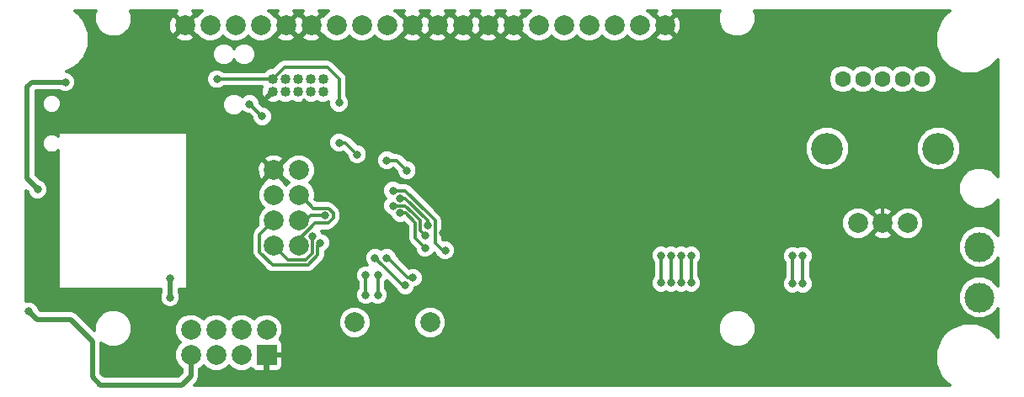
<source format=gtl>
G04 #@! TF.FileFunction,Copper,L1,Top,Signal*
%FSLAX46Y46*%
G04 Gerber Fmt 4.6, Leading zero omitted, Abs format (unit mm)*
G04 Created by KiCad (PCBNEW 0.201508100901+6080~28~ubuntu14.04.1-product) date Wed 07 Oct 2015 01:26:35 BST*
%MOMM*%
G01*
G04 APERTURE LIST*
%ADD10C,0.100000*%
%ADD11C,1.016000*%
%ADD12C,2.000000*%
%ADD13C,1.600000*%
%ADD14C,3.200000*%
%ADD15C,3.000000*%
%ADD16R,2.000000X2.000000*%
%ADD17C,0.800000*%
%ADD18C,0.500000*%
%ADD19C,0.300000*%
G04 APERTURE END LIST*
D10*
D11*
X81000000Y-109270000D03*
X81000000Y-108000000D03*
X79730000Y-109270000D03*
X79730000Y-108000000D03*
X78460000Y-109270000D03*
X78460000Y-108000000D03*
X77190000Y-109270000D03*
X77190000Y-108000000D03*
X75920000Y-109270000D03*
X75920000Y-108000000D03*
D12*
X91750000Y-132500000D03*
X84150000Y-132500000D03*
D13*
X137250000Y-108000000D03*
X139250000Y-108000000D03*
X141250000Y-108000000D03*
X133250000Y-108000000D03*
X135250000Y-108000000D03*
D12*
X137250000Y-122500000D03*
X139750000Y-122500000D03*
X134750000Y-122500000D03*
D14*
X131650000Y-115000000D03*
X142850000Y-115000000D03*
D15*
X147000000Y-130000000D03*
X147000000Y-124920000D03*
D12*
X67690000Y-135770000D03*
X67690000Y-133230000D03*
X70230000Y-135770000D03*
X70230000Y-133230000D03*
X72770000Y-135770000D03*
X72770000Y-133230000D03*
D16*
X75310000Y-135770000D03*
D12*
X75310000Y-133230000D03*
X76020000Y-124795000D03*
X76020000Y-122255000D03*
X76020000Y-119715000D03*
X76020000Y-117175000D03*
X78560000Y-117175000D03*
X78560000Y-119715000D03*
X78560000Y-122255000D03*
X78560000Y-124795000D03*
X67090000Y-102600000D03*
X69630000Y-102600000D03*
X72170000Y-102600000D03*
X74710000Y-102600000D03*
X77250000Y-102600000D03*
X79790000Y-102600000D03*
X82330000Y-102600000D03*
X84870000Y-102600000D03*
X87410000Y-102600000D03*
X89950000Y-102600000D03*
X92490000Y-102600000D03*
X95030000Y-102600000D03*
X97570000Y-102600000D03*
X100110000Y-102600000D03*
X102650000Y-102600000D03*
X105190000Y-102600000D03*
X107730000Y-102600000D03*
X110270000Y-102600000D03*
X112810000Y-102600000D03*
X115350000Y-102600000D03*
D17*
X126750000Y-125750000D03*
X119500000Y-125750000D03*
X119500000Y-128500000D03*
X126750000Y-128500000D03*
X102500000Y-123250000D03*
X113500000Y-125750000D03*
X100300000Y-122000000D03*
X146500000Y-110250000D03*
X107500000Y-138250000D03*
X99000000Y-134000000D03*
X101000000Y-138000000D03*
X70300000Y-106750000D03*
X90500000Y-110100000D03*
X88500000Y-107800000D03*
X94100000Y-111100000D03*
X73500000Y-122500000D03*
X69000000Y-126600000D03*
X79100000Y-111800000D03*
X93000000Y-123500000D03*
X144750000Y-127500000D03*
X132500000Y-125250000D03*
X134250000Y-133750000D03*
X139000000Y-129000000D03*
X141000000Y-133000000D03*
X55750000Y-111250000D03*
X53750000Y-120000000D03*
X54000000Y-131000000D03*
X94000000Y-119000000D03*
X83000000Y-125200000D03*
X100300000Y-113300000D03*
X90000000Y-128000000D03*
X87400000Y-126000000D03*
X128200000Y-125800000D03*
X128200000Y-128600000D03*
X55100000Y-108300000D03*
X52300000Y-119100000D03*
X129200000Y-128600000D03*
X129200000Y-125800000D03*
X86200000Y-126000000D03*
X89250000Y-128750000D03*
X70300000Y-108000000D03*
X82600000Y-110400000D03*
X82600000Y-114400000D03*
X84400000Y-115600000D03*
X87400000Y-116200000D03*
X89400000Y-117200000D03*
X65600000Y-128100000D03*
X65600000Y-130000000D03*
X51400000Y-131400000D03*
X91250000Y-125000000D03*
X118000000Y-125750000D03*
X118000000Y-128500000D03*
X88750000Y-121500000D03*
X91250000Y-123750000D03*
X88000000Y-120750000D03*
X117000000Y-125750000D03*
X117000000Y-128500000D03*
X116000000Y-125750000D03*
X116000000Y-128500000D03*
X88750000Y-120000000D03*
X91500000Y-122750000D03*
X115000000Y-128500000D03*
X115000000Y-125750000D03*
X88000000Y-119250000D03*
X93250000Y-125250000D03*
X79950000Y-123800000D03*
X73600000Y-110500000D03*
X74850000Y-111750000D03*
X86500000Y-127750000D03*
X86500000Y-129750000D03*
X85250000Y-127750000D03*
X85250000Y-129750000D03*
X81200000Y-121750000D03*
X80700000Y-124500000D03*
D18*
X126750000Y-125750000D02*
X126750000Y-128500000D01*
X113500000Y-125500000D02*
X114500000Y-124500000D01*
X119500000Y-125250000D02*
X119500000Y-125750000D01*
X118750000Y-124500000D02*
X119500000Y-125250000D01*
X114500000Y-124500000D02*
X118750000Y-124500000D01*
X113500000Y-125750000D02*
X113500000Y-125500000D01*
X113500000Y-125750000D02*
X113750000Y-125250000D01*
X101250000Y-122000000D02*
X102500000Y-123250000D01*
X100300000Y-122000000D02*
X101250000Y-122000000D01*
D19*
X137250000Y-122500000D02*
X137250000Y-114000000D01*
X141250000Y-110000000D02*
X146500000Y-110250000D01*
X137250000Y-114000000D02*
X141250000Y-110000000D01*
X93000000Y-123500000D02*
X93250000Y-123250000D01*
X90000000Y-128000000D02*
X89500000Y-128000000D01*
X89500000Y-128000000D02*
X87500000Y-126000000D01*
X87500000Y-126000000D02*
X87400000Y-126000000D01*
X128200000Y-128600000D02*
X128200000Y-125800000D01*
D18*
X51200000Y-109300000D02*
X51200000Y-108800000D01*
X51200000Y-108800000D02*
X51700000Y-108300000D01*
X51700000Y-108300000D02*
X55100000Y-108300000D01*
X52300000Y-119100000D02*
X51200000Y-118000000D01*
X51200000Y-118000000D02*
X51200000Y-109300000D01*
D19*
X129200000Y-128600000D02*
X129200000Y-125800000D01*
X86200000Y-126000000D02*
X87000000Y-126800000D01*
X87050000Y-126800000D02*
X87000000Y-126800000D01*
X89000000Y-128750000D02*
X87050000Y-126800000D01*
X89250000Y-128750000D02*
X89000000Y-128750000D01*
X75920000Y-108000000D02*
X70300000Y-108000000D01*
X77120000Y-106800000D02*
X75920000Y-108000000D01*
X81400000Y-106800000D02*
X77120000Y-106800000D01*
X82600000Y-108000000D02*
X81400000Y-106800000D01*
X82600000Y-110400000D02*
X82600000Y-108000000D01*
X83200000Y-114400000D02*
X82600000Y-114400000D01*
X84400000Y-115600000D02*
X83200000Y-114400000D01*
X88400000Y-116200000D02*
X87400000Y-116200000D01*
X89400000Y-117200000D02*
X88400000Y-116200000D01*
D18*
X65600000Y-130000000D02*
X65600000Y-128100000D01*
X67690000Y-137910000D02*
X66800000Y-138800000D01*
X66800000Y-138800000D02*
X58600000Y-138800000D01*
X58600000Y-138800000D02*
X57800000Y-138000000D01*
X57800000Y-138000000D02*
X57800000Y-134400000D01*
X57800000Y-134400000D02*
X55600000Y-132200000D01*
X55600000Y-132200000D02*
X52200000Y-132200000D01*
X52200000Y-132200000D02*
X51400000Y-131400000D01*
X67690000Y-137910000D02*
X67690000Y-135770000D01*
D19*
X89300000Y-121500000D02*
X88750000Y-121500000D01*
X90279998Y-124029998D02*
X91250000Y-125000000D01*
X90279998Y-122479998D02*
X90279998Y-124029998D01*
X89300000Y-121500000D02*
X90279998Y-122479998D01*
X118000000Y-125750000D02*
X118000000Y-128500000D01*
X88750000Y-121500000D02*
X88750000Y-121750000D01*
X90750000Y-123250000D02*
X91250000Y-123750000D01*
X88000000Y-120750000D02*
X89250000Y-120750000D01*
X90750000Y-122250000D02*
X90750000Y-123000000D01*
X90000000Y-121500000D02*
X90750000Y-122250000D01*
X89250000Y-120750000D02*
X90000000Y-121500000D01*
X90750000Y-123000000D02*
X90750000Y-123250000D01*
X117000000Y-125750000D02*
X117000000Y-128500000D01*
X116000000Y-125750000D02*
X116000000Y-128500000D01*
X89250000Y-120000000D02*
X91500000Y-122250000D01*
X88750000Y-120000000D02*
X89250000Y-120000000D01*
X91500000Y-122250000D02*
X91500000Y-122750000D01*
X115000000Y-125750000D02*
X115000000Y-128500000D01*
X92250000Y-124500000D02*
X92250000Y-122250000D01*
X89250000Y-119250000D02*
X91500000Y-121500000D01*
X88000000Y-119250000D02*
X89250000Y-119250000D01*
X93000000Y-125250000D02*
X93250000Y-125250000D01*
X92250000Y-124500000D02*
X93000000Y-125250000D01*
X92250000Y-122250000D02*
X91500000Y-121500000D01*
X77425000Y-126200000D02*
X76020000Y-124795000D01*
X79250000Y-126200000D02*
X77425000Y-126200000D01*
X79950000Y-125500000D02*
X79250000Y-126200000D01*
X79950000Y-123800000D02*
X79950000Y-125500000D01*
X74850000Y-111750000D02*
X73600000Y-110500000D01*
X86500000Y-127750000D02*
X86500000Y-129750000D01*
X85250000Y-127750000D02*
X85250000Y-129750000D01*
X79750000Y-121750000D02*
X79245000Y-122255000D01*
X81200000Y-121750000D02*
X79750000Y-121750000D01*
X79245000Y-122255000D02*
X78560000Y-122255000D01*
X74600000Y-123675000D02*
X76020000Y-122255000D01*
X74600000Y-125400000D02*
X74600000Y-123675000D01*
X75900000Y-126700000D02*
X74600000Y-125400000D01*
X79450000Y-126700000D02*
X75900000Y-126700000D01*
X80450000Y-125700000D02*
X79450000Y-126700000D01*
X80450000Y-124750000D02*
X80450000Y-125700000D01*
X80700000Y-124500000D02*
X80450000Y-124750000D01*
X78560000Y-119715000D02*
X78715000Y-119715000D01*
X78715000Y-119715000D02*
X80000000Y-121000000D01*
X80200000Y-122500000D02*
X78560000Y-124140000D01*
X81500000Y-122500000D02*
X80200000Y-122500000D01*
X82000000Y-122000000D02*
X81500000Y-122500000D01*
X82000000Y-121500000D02*
X82000000Y-122000000D01*
X81500000Y-121000000D02*
X82000000Y-121500000D01*
X80000000Y-121000000D02*
X81500000Y-121000000D01*
X78560000Y-124140000D02*
X78560000Y-124795000D01*
X78560000Y-124140000D02*
X78560000Y-124795000D01*
X78560000Y-119715000D02*
X78560000Y-120110000D01*
G36*
X58000331Y-101520409D02*
X57999671Y-102276275D01*
X58288319Y-102974857D01*
X58822331Y-103509802D01*
X59520409Y-103799669D01*
X60276275Y-103800329D01*
X60414874Y-103743061D01*
X66088361Y-103743061D01*
X66183804Y-104017401D01*
X66795201Y-104256294D01*
X67451477Y-104243030D01*
X67996196Y-104017401D01*
X68091639Y-103743061D01*
X67090000Y-102741421D01*
X66088361Y-103743061D01*
X60414874Y-103743061D01*
X60974857Y-103511681D01*
X61509802Y-102977669D01*
X61789034Y-102305201D01*
X65433706Y-102305201D01*
X65446970Y-102961477D01*
X65672599Y-103506196D01*
X65946939Y-103601639D01*
X66948579Y-102600000D01*
X65946939Y-101598361D01*
X65672599Y-101693804D01*
X65433706Y-102305201D01*
X61789034Y-102305201D01*
X61799669Y-102279591D01*
X61800329Y-101523725D01*
X61645909Y-101150000D01*
X66262505Y-101150000D01*
X66183804Y-101182599D01*
X66088361Y-101456939D01*
X67090000Y-102458579D01*
X68091639Y-101456939D01*
X67996196Y-101182599D01*
X67912766Y-101150000D01*
X68818507Y-101150000D01*
X68696571Y-101200383D01*
X68281141Y-101615088D01*
X68233061Y-101598361D01*
X67231421Y-102600000D01*
X68233061Y-103601639D01*
X68281612Y-103584748D01*
X68694130Y-103997986D01*
X69300355Y-104249713D01*
X69956765Y-104250285D01*
X70563429Y-103999617D01*
X70900180Y-103663453D01*
X71234130Y-103997986D01*
X71840355Y-104249713D01*
X72496765Y-104250285D01*
X73103429Y-103999617D01*
X73440180Y-103663453D01*
X73774130Y-103997986D01*
X74380355Y-104249713D01*
X75036765Y-104250285D01*
X75643429Y-103999617D01*
X75900433Y-103743061D01*
X76248361Y-103743061D01*
X76343804Y-104017401D01*
X76955201Y-104256294D01*
X77611477Y-104243030D01*
X78156196Y-104017401D01*
X78251639Y-103743061D01*
X78788361Y-103743061D01*
X78883804Y-104017401D01*
X79495201Y-104256294D01*
X80151477Y-104243030D01*
X80696196Y-104017401D01*
X80791639Y-103743061D01*
X79790000Y-102741421D01*
X78788361Y-103743061D01*
X78251639Y-103743061D01*
X77250000Y-102741421D01*
X76248361Y-103743061D01*
X75900433Y-103743061D01*
X76058859Y-103584912D01*
X76106939Y-103601639D01*
X77108579Y-102600000D01*
X77391421Y-102600000D01*
X78393061Y-103601639D01*
X78520000Y-103557477D01*
X78646939Y-103601639D01*
X79648579Y-102600000D01*
X78646939Y-101598361D01*
X78520000Y-101642523D01*
X78393061Y-101598361D01*
X77391421Y-102600000D01*
X77108579Y-102600000D01*
X76106939Y-101598361D01*
X76058388Y-101615252D01*
X75645870Y-101202014D01*
X75520607Y-101150000D01*
X76422505Y-101150000D01*
X76343804Y-101182599D01*
X76248361Y-101456939D01*
X77250000Y-102458579D01*
X78251639Y-101456939D01*
X78156196Y-101182599D01*
X78072766Y-101150000D01*
X78962505Y-101150000D01*
X78883804Y-101182599D01*
X78788361Y-101456939D01*
X79790000Y-102458579D01*
X80791639Y-101456939D01*
X80696196Y-101182599D01*
X80612766Y-101150000D01*
X81518507Y-101150000D01*
X81396571Y-101200383D01*
X80981141Y-101615088D01*
X80933061Y-101598361D01*
X79931421Y-102600000D01*
X80933061Y-103601639D01*
X80981612Y-103584748D01*
X81394130Y-103997986D01*
X82000355Y-104249713D01*
X82656765Y-104250285D01*
X83263429Y-103999617D01*
X83600180Y-103663453D01*
X83934130Y-103997986D01*
X84540355Y-104249713D01*
X85196765Y-104250285D01*
X85803429Y-103999617D01*
X86140180Y-103663453D01*
X86474130Y-103997986D01*
X87080355Y-104249713D01*
X87736765Y-104250285D01*
X88343429Y-103999617D01*
X88600433Y-103743061D01*
X88948361Y-103743061D01*
X89043804Y-104017401D01*
X89655201Y-104256294D01*
X90311477Y-104243030D01*
X90856196Y-104017401D01*
X90951639Y-103743061D01*
X91488361Y-103743061D01*
X91583804Y-104017401D01*
X92195201Y-104256294D01*
X92851477Y-104243030D01*
X93396196Y-104017401D01*
X93491639Y-103743061D01*
X94028361Y-103743061D01*
X94123804Y-104017401D01*
X94735201Y-104256294D01*
X95391477Y-104243030D01*
X95936196Y-104017401D01*
X96031639Y-103743061D01*
X96568361Y-103743061D01*
X96663804Y-104017401D01*
X97275201Y-104256294D01*
X97931477Y-104243030D01*
X98476196Y-104017401D01*
X98571639Y-103743061D01*
X99108361Y-103743061D01*
X99203804Y-104017401D01*
X99815201Y-104256294D01*
X100471477Y-104243030D01*
X101016196Y-104017401D01*
X101111639Y-103743061D01*
X100110000Y-102741421D01*
X99108361Y-103743061D01*
X98571639Y-103743061D01*
X97570000Y-102741421D01*
X96568361Y-103743061D01*
X96031639Y-103743061D01*
X95030000Y-102741421D01*
X94028361Y-103743061D01*
X93491639Y-103743061D01*
X92490000Y-102741421D01*
X91488361Y-103743061D01*
X90951639Y-103743061D01*
X89950000Y-102741421D01*
X88948361Y-103743061D01*
X88600433Y-103743061D01*
X88758859Y-103584912D01*
X88806939Y-103601639D01*
X89808579Y-102600000D01*
X90091421Y-102600000D01*
X91093061Y-103601639D01*
X91220000Y-103557477D01*
X91346939Y-103601639D01*
X92348579Y-102600000D01*
X92631421Y-102600000D01*
X93633061Y-103601639D01*
X93760000Y-103557477D01*
X93886939Y-103601639D01*
X94888579Y-102600000D01*
X95171421Y-102600000D01*
X96173061Y-103601639D01*
X96300000Y-103557477D01*
X96426939Y-103601639D01*
X97428579Y-102600000D01*
X97711421Y-102600000D01*
X98713061Y-103601639D01*
X98840000Y-103557477D01*
X98966939Y-103601639D01*
X99968579Y-102600000D01*
X98966939Y-101598361D01*
X98840000Y-101642523D01*
X98713061Y-101598361D01*
X97711421Y-102600000D01*
X97428579Y-102600000D01*
X96426939Y-101598361D01*
X96300000Y-101642523D01*
X96173061Y-101598361D01*
X95171421Y-102600000D01*
X94888579Y-102600000D01*
X93886939Y-101598361D01*
X93760000Y-101642523D01*
X93633061Y-101598361D01*
X92631421Y-102600000D01*
X92348579Y-102600000D01*
X91346939Y-101598361D01*
X91220000Y-101642523D01*
X91093061Y-101598361D01*
X90091421Y-102600000D01*
X89808579Y-102600000D01*
X88806939Y-101598361D01*
X88758388Y-101615252D01*
X88345870Y-101202014D01*
X88220607Y-101150000D01*
X89122505Y-101150000D01*
X89043804Y-101182599D01*
X88948361Y-101456939D01*
X89950000Y-102458579D01*
X90951639Y-101456939D01*
X90856196Y-101182599D01*
X90772766Y-101150000D01*
X91662505Y-101150000D01*
X91583804Y-101182599D01*
X91488361Y-101456939D01*
X92490000Y-102458579D01*
X93491639Y-101456939D01*
X93396196Y-101182599D01*
X93312766Y-101150000D01*
X94202505Y-101150000D01*
X94123804Y-101182599D01*
X94028361Y-101456939D01*
X95030000Y-102458579D01*
X96031639Y-101456939D01*
X95936196Y-101182599D01*
X95852766Y-101150000D01*
X96742505Y-101150000D01*
X96663804Y-101182599D01*
X96568361Y-101456939D01*
X97570000Y-102458579D01*
X98571639Y-101456939D01*
X98476196Y-101182599D01*
X98392766Y-101150000D01*
X99282505Y-101150000D01*
X99203804Y-101182599D01*
X99108361Y-101456939D01*
X100110000Y-102458579D01*
X101111639Y-101456939D01*
X101016196Y-101182599D01*
X100932766Y-101150000D01*
X101838507Y-101150000D01*
X101716571Y-101200383D01*
X101301141Y-101615088D01*
X101253061Y-101598361D01*
X100251421Y-102600000D01*
X101253061Y-103601639D01*
X101301612Y-103584748D01*
X101714130Y-103997986D01*
X102320355Y-104249713D01*
X102976765Y-104250285D01*
X103583429Y-103999617D01*
X103920180Y-103663453D01*
X104254130Y-103997986D01*
X104860355Y-104249713D01*
X105516765Y-104250285D01*
X106123429Y-103999617D01*
X106460180Y-103663453D01*
X106794130Y-103997986D01*
X107400355Y-104249713D01*
X108056765Y-104250285D01*
X108663429Y-103999617D01*
X109000180Y-103663453D01*
X109334130Y-103997986D01*
X109940355Y-104249713D01*
X110596765Y-104250285D01*
X111203429Y-103999617D01*
X111540180Y-103663453D01*
X111874130Y-103997986D01*
X112480355Y-104249713D01*
X113136765Y-104250285D01*
X113743429Y-103999617D01*
X114000433Y-103743061D01*
X114348361Y-103743061D01*
X114443804Y-104017401D01*
X115055201Y-104256294D01*
X115711477Y-104243030D01*
X116256196Y-104017401D01*
X116351639Y-103743061D01*
X115350000Y-102741421D01*
X114348361Y-103743061D01*
X114000433Y-103743061D01*
X114158859Y-103584912D01*
X114206939Y-103601639D01*
X115208579Y-102600000D01*
X115491421Y-102600000D01*
X116493061Y-103601639D01*
X116767401Y-103506196D01*
X117006294Y-102894799D01*
X116993030Y-102238523D01*
X116767401Y-101693804D01*
X116493061Y-101598361D01*
X115491421Y-102600000D01*
X115208579Y-102600000D01*
X114206939Y-101598361D01*
X114158388Y-101615252D01*
X113745870Y-101202014D01*
X113620607Y-101150000D01*
X114522505Y-101150000D01*
X114443804Y-101182599D01*
X114348361Y-101456939D01*
X115350000Y-102458579D01*
X116351639Y-101456939D01*
X116256196Y-101182599D01*
X116172766Y-101150000D01*
X120854138Y-101150000D01*
X120700331Y-101520409D01*
X120699671Y-102276275D01*
X120988319Y-102974857D01*
X121522331Y-103509802D01*
X122220409Y-103799669D01*
X122976275Y-103800329D01*
X123674857Y-103511681D01*
X124209802Y-102977669D01*
X124499669Y-102279591D01*
X124500329Y-101523725D01*
X124345909Y-101150000D01*
X143971679Y-101150000D01*
X143772661Y-101348671D01*
X143662571Y-101394159D01*
X143395098Y-101661165D01*
X143349417Y-101771176D01*
X143076938Y-102043181D01*
X142550601Y-103310742D01*
X142549403Y-104683237D01*
X143073527Y-105951715D01*
X143348671Y-106227339D01*
X143394159Y-106337429D01*
X143661165Y-106604902D01*
X143771176Y-106650583D01*
X144043181Y-106923062D01*
X145310742Y-107449399D01*
X145810204Y-107449835D01*
X146188138Y-107450165D01*
X146683237Y-107450597D01*
X147951715Y-106926473D01*
X148227339Y-106651329D01*
X148337429Y-106605841D01*
X148604902Y-106338835D01*
X148650583Y-106228824D01*
X148850000Y-106029754D01*
X148850000Y-117847258D01*
X148823744Y-117783714D01*
X148219467Y-117178381D01*
X147429538Y-116850374D01*
X146574215Y-116849628D01*
X145783714Y-117176256D01*
X145178381Y-117780533D01*
X144850374Y-118570462D01*
X144849628Y-119425785D01*
X145176256Y-120216286D01*
X145780533Y-120821619D01*
X146570462Y-121149626D01*
X147425785Y-121150372D01*
X148216286Y-120823744D01*
X148821619Y-120219467D01*
X148850000Y-120151118D01*
X148850000Y-123767258D01*
X148823744Y-123703714D01*
X148219467Y-123098381D01*
X147429538Y-122770374D01*
X146574215Y-122769628D01*
X145783714Y-123096256D01*
X145178381Y-123700533D01*
X144850374Y-124490462D01*
X144849628Y-125345785D01*
X145176256Y-126136286D01*
X145780533Y-126741619D01*
X146570462Y-127069626D01*
X147425785Y-127070372D01*
X148216286Y-126743744D01*
X148821619Y-126139467D01*
X148850000Y-126071118D01*
X148850000Y-128847258D01*
X148823744Y-128783714D01*
X148219467Y-128178381D01*
X147429538Y-127850374D01*
X146574215Y-127849628D01*
X145783714Y-128176256D01*
X145178381Y-128780533D01*
X144850374Y-129570462D01*
X144849628Y-130425785D01*
X145176256Y-131216286D01*
X145780533Y-131821619D01*
X146570462Y-132149626D01*
X147425785Y-132150372D01*
X148216286Y-131823744D01*
X148821619Y-131219467D01*
X148850000Y-131151118D01*
X148850000Y-133971679D01*
X148651329Y-133772661D01*
X148605841Y-133662571D01*
X148338835Y-133395098D01*
X148228824Y-133349417D01*
X147956819Y-133076938D01*
X146689258Y-132550601D01*
X146189796Y-132550165D01*
X145811862Y-132549835D01*
X145316763Y-132549403D01*
X144048285Y-133073527D01*
X143772661Y-133348671D01*
X143662571Y-133394159D01*
X143395098Y-133661165D01*
X143349417Y-133771176D01*
X143076938Y-134043181D01*
X142550601Y-135310742D01*
X142549403Y-136683237D01*
X143073527Y-137951715D01*
X143348671Y-138227339D01*
X143394159Y-138337429D01*
X143661165Y-138604902D01*
X143771176Y-138650583D01*
X143970246Y-138850000D01*
X68022792Y-138850000D01*
X68326396Y-138546396D01*
X68521492Y-138254415D01*
X68590000Y-137910000D01*
X68590000Y-137183430D01*
X68623429Y-137169617D01*
X68960180Y-136833453D01*
X69294130Y-137167986D01*
X69900355Y-137419713D01*
X70556765Y-137420285D01*
X71163429Y-137169617D01*
X71500180Y-136833453D01*
X71834130Y-137167986D01*
X72440355Y-137419713D01*
X73096765Y-137420285D01*
X73703429Y-137169617D01*
X73751921Y-137121209D01*
X73758957Y-137138195D01*
X73941805Y-137321043D01*
X74180707Y-137420000D01*
X75047500Y-137420000D01*
X75210000Y-137257500D01*
X75210000Y-135870000D01*
X75410000Y-135870000D01*
X75410000Y-137257500D01*
X75572500Y-137420000D01*
X76439293Y-137420000D01*
X76678195Y-137321043D01*
X76861043Y-137138195D01*
X76960000Y-136899293D01*
X76960000Y-136032500D01*
X76797500Y-135870000D01*
X75410000Y-135870000D01*
X75210000Y-135870000D01*
X75190000Y-135870000D01*
X75190000Y-135670000D01*
X75210000Y-135670000D01*
X75210000Y-135650000D01*
X75410000Y-135650000D01*
X75410000Y-135670000D01*
X76797500Y-135670000D01*
X76960000Y-135507500D01*
X76960000Y-134640707D01*
X76861043Y-134401805D01*
X76678195Y-134218957D01*
X76661665Y-134212110D01*
X76707986Y-134165870D01*
X76959713Y-133559645D01*
X76960285Y-132903235D01*
X76928689Y-132826765D01*
X82499715Y-132826765D01*
X82750383Y-133433429D01*
X83214130Y-133897986D01*
X83820355Y-134149713D01*
X84476765Y-134150285D01*
X85083429Y-133899617D01*
X85547986Y-133435870D01*
X85799713Y-132829645D01*
X85799715Y-132826765D01*
X90099715Y-132826765D01*
X90350383Y-133433429D01*
X90814130Y-133897986D01*
X91420355Y-134149713D01*
X92076765Y-134150285D01*
X92683429Y-133899617D01*
X93107510Y-133476275D01*
X120699671Y-133476275D01*
X120988319Y-134174857D01*
X121522331Y-134709802D01*
X122220409Y-134999669D01*
X122976275Y-135000329D01*
X123674857Y-134711681D01*
X124209802Y-134177669D01*
X124499669Y-133479591D01*
X124500329Y-132723725D01*
X124211681Y-132025143D01*
X123677669Y-131490198D01*
X122979591Y-131200331D01*
X122223725Y-131199671D01*
X121525143Y-131488319D01*
X120990198Y-132022331D01*
X120700331Y-132720409D01*
X120699671Y-133476275D01*
X93107510Y-133476275D01*
X93147986Y-133435870D01*
X93399713Y-132829645D01*
X93400285Y-132173235D01*
X93149617Y-131566571D01*
X92685870Y-131102014D01*
X92079645Y-130850287D01*
X91423235Y-130849715D01*
X90816571Y-131100383D01*
X90352014Y-131564130D01*
X90100287Y-132170355D01*
X90099715Y-132826765D01*
X85799715Y-132826765D01*
X85800285Y-132173235D01*
X85549617Y-131566571D01*
X85085870Y-131102014D01*
X84479645Y-130850287D01*
X83823235Y-130849715D01*
X83216571Y-131100383D01*
X82752014Y-131564130D01*
X82500287Y-132170355D01*
X82499715Y-132826765D01*
X76928689Y-132826765D01*
X76709617Y-132296571D01*
X76245870Y-131832014D01*
X75639645Y-131580287D01*
X74983235Y-131579715D01*
X74376571Y-131830383D01*
X74039820Y-132166547D01*
X73705870Y-131832014D01*
X73099645Y-131580287D01*
X72443235Y-131579715D01*
X71836571Y-131830383D01*
X71499820Y-132166547D01*
X71165870Y-131832014D01*
X70559645Y-131580287D01*
X69903235Y-131579715D01*
X69296571Y-131830383D01*
X68959820Y-132166547D01*
X68625870Y-131832014D01*
X68019645Y-131580287D01*
X67363235Y-131579715D01*
X66756571Y-131830383D01*
X66292014Y-132294130D01*
X66040287Y-132900355D01*
X66039715Y-133556765D01*
X66290383Y-134163429D01*
X66626547Y-134500180D01*
X66292014Y-134834130D01*
X66040287Y-135440355D01*
X66039715Y-136096765D01*
X66290383Y-136703429D01*
X66754130Y-137167986D01*
X66790000Y-137182881D01*
X66790000Y-137537208D01*
X66427208Y-137900000D01*
X58972792Y-137900000D01*
X58700000Y-137627208D01*
X58700000Y-134587257D01*
X58822331Y-134709802D01*
X59520409Y-134999669D01*
X60276275Y-135000329D01*
X60974857Y-134711681D01*
X61509802Y-134177669D01*
X61799669Y-133479591D01*
X61800329Y-132723725D01*
X61511681Y-132025143D01*
X60977669Y-131490198D01*
X60279591Y-131200331D01*
X59523725Y-131199671D01*
X58825143Y-131488319D01*
X58290198Y-132022331D01*
X58000331Y-132720409D01*
X57999801Y-133327009D01*
X56236396Y-131563604D01*
X55944415Y-131368508D01*
X55600000Y-131300000D01*
X52572792Y-131300000D01*
X52439854Y-131167062D01*
X52290666Y-130806000D01*
X51995554Y-130510372D01*
X51609774Y-130350182D01*
X51192058Y-130349818D01*
X51150000Y-130367196D01*
X51150000Y-119222792D01*
X51260146Y-119332938D01*
X51409334Y-119694000D01*
X51704446Y-119989628D01*
X52090226Y-120149818D01*
X52507942Y-120150182D01*
X52894000Y-119990666D01*
X53189628Y-119695554D01*
X53349818Y-119309774D01*
X53350182Y-118892058D01*
X53190666Y-118506000D01*
X52895554Y-118210372D01*
X52532347Y-118059555D01*
X52100000Y-117627208D01*
X52100000Y-114693089D01*
X52724831Y-114693089D01*
X52872954Y-115051571D01*
X53146986Y-115326082D01*
X53505210Y-115474830D01*
X53893089Y-115475169D01*
X54251571Y-115327046D01*
X54350000Y-115228789D01*
X54350000Y-129000000D01*
X54361818Y-129058358D01*
X54395409Y-129107521D01*
X54445481Y-129139742D01*
X54500000Y-129150000D01*
X64700000Y-129150000D01*
X64700000Y-129429425D01*
X64550182Y-129790226D01*
X64549818Y-130207942D01*
X64709334Y-130594000D01*
X65004446Y-130889628D01*
X65390226Y-131049818D01*
X65807942Y-131050182D01*
X66194000Y-130890666D01*
X66489628Y-130595554D01*
X66649818Y-130209774D01*
X66650182Y-129792058D01*
X66500000Y-129428590D01*
X66500000Y-129150000D01*
X67200000Y-129150000D01*
X67258358Y-129138182D01*
X67307521Y-129104591D01*
X67339742Y-129054519D01*
X67350000Y-129000000D01*
X67350000Y-127957942D01*
X84199818Y-127957942D01*
X84359334Y-128344000D01*
X84450000Y-128434825D01*
X84450000Y-129064974D01*
X84360372Y-129154446D01*
X84200182Y-129540226D01*
X84199818Y-129957942D01*
X84359334Y-130344000D01*
X84654446Y-130639628D01*
X85040226Y-130799818D01*
X85457942Y-130800182D01*
X85844000Y-130640666D01*
X85874795Y-130609925D01*
X85904446Y-130639628D01*
X86290226Y-130799818D01*
X86707942Y-130800182D01*
X87094000Y-130640666D01*
X87389628Y-130345554D01*
X87549818Y-129959774D01*
X87550182Y-129542058D01*
X87390666Y-129156000D01*
X87300000Y-129065175D01*
X87300000Y-128435026D01*
X87389628Y-128345554D01*
X87411503Y-128292873D01*
X88286600Y-129167971D01*
X88359334Y-129344000D01*
X88654446Y-129639628D01*
X89040226Y-129799818D01*
X89457942Y-129800182D01*
X89844000Y-129640666D01*
X90139628Y-129345554D01*
X90273530Y-129023081D01*
X90594000Y-128890666D01*
X90889628Y-128595554D01*
X91049818Y-128209774D01*
X91050182Y-127792058D01*
X90890666Y-127406000D01*
X90595554Y-127110372D01*
X90209774Y-126950182D01*
X89792058Y-126949818D01*
X89642843Y-127011472D01*
X88450159Y-125818789D01*
X88450182Y-125792058D01*
X88290666Y-125406000D01*
X87995554Y-125110372D01*
X87609774Y-124950182D01*
X87192058Y-124949818D01*
X86806000Y-125109334D01*
X86800249Y-125115075D01*
X86795554Y-125110372D01*
X86409774Y-124950182D01*
X85992058Y-124949818D01*
X85606000Y-125109334D01*
X85310372Y-125404446D01*
X85150182Y-125790226D01*
X85149818Y-126207942D01*
X85309334Y-126594000D01*
X85415292Y-126700143D01*
X85042058Y-126699818D01*
X84656000Y-126859334D01*
X84360372Y-127154446D01*
X84200182Y-127540226D01*
X84199818Y-127957942D01*
X67350000Y-127957942D01*
X67350000Y-123675000D01*
X73800000Y-123675000D01*
X73800000Y-125400000D01*
X73838589Y-125594000D01*
X73860896Y-125706147D01*
X74034315Y-125965685D01*
X75334315Y-127265686D01*
X75593853Y-127439104D01*
X75900000Y-127500000D01*
X79450000Y-127500000D01*
X79756147Y-127439104D01*
X80015685Y-127265685D01*
X81015686Y-126265685D01*
X81189104Y-126006147D01*
X81250000Y-125700000D01*
X81250000Y-125408846D01*
X81294000Y-125390666D01*
X81589628Y-125095554D01*
X81749818Y-124709774D01*
X81750182Y-124292058D01*
X81590666Y-123906000D01*
X81295554Y-123610372D01*
X80948143Y-123466114D01*
X80879506Y-123300000D01*
X81500000Y-123300000D01*
X81806147Y-123239104D01*
X82065685Y-123065685D01*
X82565686Y-122565685D01*
X82739104Y-122306147D01*
X82800000Y-122000000D01*
X82800000Y-121500000D01*
X82739104Y-121193853D01*
X82664766Y-121082599D01*
X82565686Y-120934315D01*
X82065685Y-120434315D01*
X81806147Y-120260896D01*
X81500000Y-120200000D01*
X80331371Y-120200000D01*
X80199826Y-120068455D01*
X80209713Y-120044645D01*
X80210224Y-119457942D01*
X86949818Y-119457942D01*
X87109334Y-119844000D01*
X87265075Y-120000013D01*
X87110372Y-120154446D01*
X86950182Y-120540226D01*
X86949818Y-120957942D01*
X87109334Y-121344000D01*
X87404446Y-121639628D01*
X87726919Y-121773530D01*
X87859334Y-122094000D01*
X88154446Y-122389628D01*
X88540226Y-122549818D01*
X88957942Y-122550182D01*
X89142538Y-122473908D01*
X89479998Y-122811369D01*
X89479998Y-124029998D01*
X89540894Y-124336145D01*
X89714313Y-124595683D01*
X90199928Y-125081298D01*
X90199818Y-125207942D01*
X90359334Y-125594000D01*
X90654446Y-125889628D01*
X91040226Y-126049818D01*
X91457942Y-126050182D01*
X91844000Y-125890666D01*
X92139628Y-125595554D01*
X92161503Y-125542874D01*
X92286600Y-125667971D01*
X92359334Y-125844000D01*
X92654446Y-126139628D01*
X93040226Y-126299818D01*
X93457942Y-126300182D01*
X93844000Y-126140666D01*
X94027043Y-125957942D01*
X113949818Y-125957942D01*
X114109334Y-126344000D01*
X114200000Y-126434825D01*
X114200000Y-127814974D01*
X114110372Y-127904446D01*
X113950182Y-128290226D01*
X113949818Y-128707942D01*
X114109334Y-129094000D01*
X114404446Y-129389628D01*
X114790226Y-129549818D01*
X115207942Y-129550182D01*
X115500242Y-129429406D01*
X115790226Y-129549818D01*
X116207942Y-129550182D01*
X116500242Y-129429406D01*
X116790226Y-129549818D01*
X117207942Y-129550182D01*
X117500242Y-129429406D01*
X117790226Y-129549818D01*
X118207942Y-129550182D01*
X118594000Y-129390666D01*
X118889628Y-129095554D01*
X119049818Y-128709774D01*
X119050182Y-128292058D01*
X118890666Y-127906000D01*
X118800000Y-127815175D01*
X118800000Y-126435026D01*
X118889628Y-126345554D01*
X119029816Y-126007942D01*
X127149818Y-126007942D01*
X127309334Y-126394000D01*
X127400000Y-126484825D01*
X127400000Y-127914974D01*
X127310372Y-128004446D01*
X127150182Y-128390226D01*
X127149818Y-128807942D01*
X127309334Y-129194000D01*
X127604446Y-129489628D01*
X127990226Y-129649818D01*
X128407942Y-129650182D01*
X128700242Y-129529406D01*
X128990226Y-129649818D01*
X129407942Y-129650182D01*
X129794000Y-129490666D01*
X130089628Y-129195554D01*
X130249818Y-128809774D01*
X130250182Y-128392058D01*
X130090666Y-128006000D01*
X130000000Y-127915175D01*
X130000000Y-126485026D01*
X130089628Y-126395554D01*
X130249818Y-126009774D01*
X130250182Y-125592058D01*
X130090666Y-125206000D01*
X129795554Y-124910372D01*
X129409774Y-124750182D01*
X128992058Y-124749818D01*
X128699758Y-124870594D01*
X128409774Y-124750182D01*
X127992058Y-124749818D01*
X127606000Y-124909334D01*
X127310372Y-125204446D01*
X127150182Y-125590226D01*
X127149818Y-126007942D01*
X119029816Y-126007942D01*
X119049818Y-125959774D01*
X119050182Y-125542058D01*
X118890666Y-125156000D01*
X118595554Y-124860372D01*
X118209774Y-124700182D01*
X117792058Y-124699818D01*
X117499758Y-124820594D01*
X117209774Y-124700182D01*
X116792058Y-124699818D01*
X116499758Y-124820594D01*
X116209774Y-124700182D01*
X115792058Y-124699818D01*
X115499758Y-124820594D01*
X115209774Y-124700182D01*
X114792058Y-124699818D01*
X114406000Y-124859334D01*
X114110372Y-125154446D01*
X113950182Y-125540226D01*
X113949818Y-125957942D01*
X94027043Y-125957942D01*
X94139628Y-125845554D01*
X94299818Y-125459774D01*
X94300182Y-125042058D01*
X94140666Y-124656000D01*
X93845554Y-124360372D01*
X93459774Y-124200182D01*
X93081222Y-124199852D01*
X93050000Y-124168630D01*
X93050000Y-122826765D01*
X133099715Y-122826765D01*
X133350383Y-123433429D01*
X133814130Y-123897986D01*
X134420355Y-124149713D01*
X135076765Y-124150285D01*
X135683429Y-123899617D01*
X135940432Y-123643061D01*
X136248361Y-123643061D01*
X136343804Y-123917401D01*
X136955201Y-124156294D01*
X137611477Y-124143030D01*
X138156196Y-123917401D01*
X138251639Y-123643061D01*
X137250000Y-122641421D01*
X136248361Y-123643061D01*
X135940432Y-123643061D01*
X136088521Y-123495231D01*
X136106939Y-123501639D01*
X137108579Y-122500000D01*
X137391421Y-122500000D01*
X138393061Y-123501639D01*
X138411923Y-123495077D01*
X138814130Y-123897986D01*
X139420355Y-124149713D01*
X140076765Y-124150285D01*
X140683429Y-123899617D01*
X141147986Y-123435870D01*
X141399713Y-122829645D01*
X141400285Y-122173235D01*
X141149617Y-121566571D01*
X140685870Y-121102014D01*
X140079645Y-120850287D01*
X139423235Y-120849715D01*
X138816571Y-121100383D01*
X138411479Y-121504769D01*
X138393061Y-121498361D01*
X137391421Y-122500000D01*
X137108579Y-122500000D01*
X136106939Y-121498361D01*
X136088077Y-121504923D01*
X135940351Y-121356939D01*
X136248361Y-121356939D01*
X137250000Y-122358579D01*
X138251639Y-121356939D01*
X138156196Y-121082599D01*
X137544799Y-120843706D01*
X136888523Y-120856970D01*
X136343804Y-121082599D01*
X136248361Y-121356939D01*
X135940351Y-121356939D01*
X135685870Y-121102014D01*
X135079645Y-120850287D01*
X134423235Y-120849715D01*
X133816571Y-121100383D01*
X133352014Y-121564130D01*
X133100287Y-122170355D01*
X133099715Y-122826765D01*
X93050000Y-122826765D01*
X93050000Y-122250000D01*
X92989104Y-121943853D01*
X92969365Y-121914312D01*
X92815685Y-121684314D01*
X92065688Y-120934318D01*
X92065686Y-120934315D01*
X89815685Y-118684315D01*
X89556147Y-118510896D01*
X89523720Y-118504446D01*
X89250000Y-118450000D01*
X88685026Y-118450000D01*
X88595554Y-118360372D01*
X88209774Y-118200182D01*
X87792058Y-118199818D01*
X87406000Y-118359334D01*
X87110372Y-118654446D01*
X86950182Y-119040226D01*
X86949818Y-119457942D01*
X80210224Y-119457942D01*
X80210285Y-119388235D01*
X79959617Y-118781571D01*
X79623453Y-118444820D01*
X79957986Y-118110870D01*
X80209713Y-117504645D01*
X80210285Y-116848235D01*
X79959617Y-116241571D01*
X79495870Y-115777014D01*
X78889645Y-115525287D01*
X78233235Y-115524715D01*
X77626571Y-115775383D01*
X77211141Y-116190088D01*
X77163061Y-116173361D01*
X76161421Y-117175000D01*
X77163061Y-118176639D01*
X77211612Y-118159748D01*
X77496547Y-118445180D01*
X77289820Y-118651547D01*
X77004912Y-118366141D01*
X77021639Y-118318061D01*
X76020000Y-117316421D01*
X75018361Y-118318061D01*
X75035252Y-118366612D01*
X74622014Y-118779130D01*
X74370287Y-119385355D01*
X74369715Y-120041765D01*
X74620383Y-120648429D01*
X74956547Y-120985180D01*
X74622014Y-121319130D01*
X74370287Y-121925355D01*
X74369715Y-122581765D01*
X74425896Y-122717734D01*
X74034315Y-123109315D01*
X73860896Y-123368853D01*
X73800000Y-123675000D01*
X67350000Y-123675000D01*
X67350000Y-116880201D01*
X74363706Y-116880201D01*
X74376970Y-117536477D01*
X74602599Y-118081196D01*
X74876939Y-118176639D01*
X75878579Y-117175000D01*
X74876939Y-116173361D01*
X74602599Y-116268804D01*
X74363706Y-116880201D01*
X67350000Y-116880201D01*
X67350000Y-116031939D01*
X75018361Y-116031939D01*
X76020000Y-117033579D01*
X77021639Y-116031939D01*
X76926196Y-115757599D01*
X76314799Y-115518706D01*
X75658523Y-115531970D01*
X75113804Y-115757599D01*
X75018361Y-116031939D01*
X67350000Y-116031939D01*
X67350000Y-114607942D01*
X81549818Y-114607942D01*
X81709334Y-114994000D01*
X82004446Y-115289628D01*
X82390226Y-115449818D01*
X82807942Y-115450182D01*
X83027919Y-115359289D01*
X83349928Y-115681299D01*
X83349818Y-115807942D01*
X83509334Y-116194000D01*
X83804446Y-116489628D01*
X84190226Y-116649818D01*
X84607942Y-116650182D01*
X84994000Y-116490666D01*
X85076868Y-116407942D01*
X86349818Y-116407942D01*
X86509334Y-116794000D01*
X86804446Y-117089628D01*
X87190226Y-117249818D01*
X87607942Y-117250182D01*
X87994000Y-117090666D01*
X88076720Y-117008090D01*
X88349928Y-117281299D01*
X88349818Y-117407942D01*
X88509334Y-117794000D01*
X88804446Y-118089628D01*
X89190226Y-118249818D01*
X89607942Y-118250182D01*
X89994000Y-118090666D01*
X90289628Y-117795554D01*
X90449818Y-117409774D01*
X90450182Y-116992058D01*
X90290666Y-116606000D01*
X89995554Y-116310372D01*
X89609774Y-116150182D01*
X89481441Y-116150070D01*
X88965685Y-115634315D01*
X88706147Y-115460896D01*
X88629193Y-115445589D01*
X129399610Y-115445589D01*
X129741431Y-116272858D01*
X130373813Y-116906345D01*
X131200484Y-117249608D01*
X132095589Y-117250390D01*
X132922858Y-116908569D01*
X133556345Y-116276187D01*
X133899608Y-115449516D01*
X133899611Y-115445589D01*
X140599610Y-115445589D01*
X140941431Y-116272858D01*
X141573813Y-116906345D01*
X142400484Y-117249608D01*
X143295589Y-117250390D01*
X144122858Y-116908569D01*
X144756345Y-116276187D01*
X145099608Y-115449516D01*
X145100390Y-114554411D01*
X144758569Y-113727142D01*
X144126187Y-113093655D01*
X143299516Y-112750392D01*
X142404411Y-112749610D01*
X141577142Y-113091431D01*
X140943655Y-113723813D01*
X140600392Y-114550484D01*
X140599610Y-115445589D01*
X133899611Y-115445589D01*
X133900390Y-114554411D01*
X133558569Y-113727142D01*
X132926187Y-113093655D01*
X132099516Y-112750392D01*
X131204411Y-112749610D01*
X130377142Y-113091431D01*
X129743655Y-113723813D01*
X129400392Y-114550484D01*
X129399610Y-115445589D01*
X88629193Y-115445589D01*
X88400000Y-115400000D01*
X88085026Y-115400000D01*
X87995554Y-115310372D01*
X87609774Y-115150182D01*
X87192058Y-115149818D01*
X86806000Y-115309334D01*
X86510372Y-115604446D01*
X86350182Y-115990226D01*
X86349818Y-116407942D01*
X85076868Y-116407942D01*
X85289628Y-116195554D01*
X85449818Y-115809774D01*
X85450182Y-115392058D01*
X85290666Y-115006000D01*
X84995554Y-114710372D01*
X84609774Y-114550182D01*
X84481441Y-114550070D01*
X83765685Y-113834315D01*
X83506147Y-113660896D01*
X83306091Y-113621103D01*
X83195554Y-113510372D01*
X82809774Y-113350182D01*
X82392058Y-113349818D01*
X82006000Y-113509334D01*
X81710372Y-113804446D01*
X81550182Y-114190226D01*
X81549818Y-114607942D01*
X67350000Y-114607942D01*
X67350000Y-113500000D01*
X67338182Y-113441642D01*
X67304591Y-113392479D01*
X67254519Y-113360258D01*
X67200000Y-113350000D01*
X54500000Y-113350000D01*
X54441642Y-113361818D01*
X54392479Y-113395409D01*
X54360258Y-113445481D01*
X54350000Y-113500000D01*
X54350000Y-113771074D01*
X54253014Y-113673918D01*
X53894790Y-113525170D01*
X53506911Y-113524831D01*
X53148429Y-113672954D01*
X52873918Y-113946986D01*
X52725170Y-114305210D01*
X52724831Y-114693089D01*
X52100000Y-114693089D01*
X52100000Y-110693089D01*
X52724831Y-110693089D01*
X52872954Y-111051571D01*
X53146986Y-111326082D01*
X53505210Y-111474830D01*
X53893089Y-111475169D01*
X54251571Y-111327046D01*
X54526082Y-111053014D01*
X54632078Y-110797746D01*
X70884801Y-110797746D01*
X71059509Y-111220572D01*
X71382727Y-111544354D01*
X71805247Y-111719800D01*
X72262746Y-111720199D01*
X72685572Y-111545491D01*
X72923218Y-111308258D01*
X73004446Y-111389628D01*
X73390226Y-111549818D01*
X73518560Y-111549930D01*
X73799928Y-111831298D01*
X73799818Y-111957942D01*
X73959334Y-112344000D01*
X74254446Y-112639628D01*
X74640226Y-112799818D01*
X75057942Y-112800182D01*
X75444000Y-112640666D01*
X75739628Y-112345554D01*
X75899818Y-111959774D01*
X75900182Y-111542058D01*
X75740666Y-111156000D01*
X75445554Y-110860372D01*
X75059774Y-110700182D01*
X74931440Y-110700070D01*
X74650072Y-110418702D01*
X74650182Y-110292058D01*
X74490666Y-109906000D01*
X74195554Y-109610372D01*
X73809774Y-109450182D01*
X73392058Y-109449818D01*
X73006000Y-109609334D01*
X72853202Y-109761865D01*
X72687273Y-109595646D01*
X72264753Y-109420200D01*
X71807254Y-109419801D01*
X71384428Y-109594509D01*
X71060646Y-109917727D01*
X70885200Y-110340247D01*
X70884801Y-110797746D01*
X54632078Y-110797746D01*
X54674830Y-110694790D01*
X54675169Y-110306911D01*
X54527046Y-109948429D01*
X54253014Y-109673918D01*
X53894790Y-109525170D01*
X53506911Y-109524831D01*
X53148429Y-109672954D01*
X52873918Y-109946986D01*
X52725170Y-110305210D01*
X52724831Y-110693089D01*
X52100000Y-110693089D01*
X52100000Y-109200000D01*
X54529425Y-109200000D01*
X54890226Y-109349818D01*
X55307942Y-109350182D01*
X55694000Y-109190666D01*
X55989628Y-108895554D01*
X56149818Y-108509774D01*
X56150081Y-108207942D01*
X69249818Y-108207942D01*
X69409334Y-108594000D01*
X69704446Y-108889628D01*
X70090226Y-109049818D01*
X70507942Y-109050182D01*
X70894000Y-108890666D01*
X70984825Y-108800000D01*
X74858586Y-108800000D01*
X74752715Y-109092601D01*
X74773682Y-109552805D01*
X74909457Y-109880596D01*
X75132803Y-109915775D01*
X75778579Y-109270000D01*
X75764437Y-109255858D01*
X75862343Y-109157951D01*
X75977758Y-109158052D01*
X76032050Y-109212344D01*
X76031949Y-109327757D01*
X75934143Y-109425564D01*
X75920000Y-109411421D01*
X75274225Y-110057197D01*
X75309404Y-110280543D01*
X75742601Y-110437285D01*
X76202805Y-110416318D01*
X76530596Y-110280543D01*
X76535103Y-110251928D01*
X76958649Y-110427799D01*
X77419330Y-110428201D01*
X77844961Y-110252334D01*
X77849404Y-110280543D01*
X78282601Y-110437285D01*
X78742805Y-110416318D01*
X79070596Y-110280543D01*
X79095000Y-110125606D01*
X79119404Y-110280543D01*
X79552601Y-110437285D01*
X80012805Y-110416318D01*
X80340596Y-110280543D01*
X80345103Y-110251928D01*
X80768649Y-110427799D01*
X81229330Y-110428201D01*
X81550090Y-110295665D01*
X81549818Y-110607942D01*
X81709334Y-110994000D01*
X82004446Y-111289628D01*
X82390226Y-111449818D01*
X82807942Y-111450182D01*
X83194000Y-111290666D01*
X83489628Y-110995554D01*
X83649818Y-110609774D01*
X83650182Y-110192058D01*
X83490666Y-109806000D01*
X83400000Y-109715175D01*
X83400000Y-108287157D01*
X131799749Y-108287157D01*
X132020033Y-108820286D01*
X132427569Y-109228533D01*
X132960312Y-109449748D01*
X133537157Y-109450251D01*
X134070286Y-109229967D01*
X134249956Y-109050610D01*
X134427569Y-109228533D01*
X134960312Y-109449748D01*
X135537157Y-109450251D01*
X136070286Y-109229967D01*
X136249956Y-109050610D01*
X136427569Y-109228533D01*
X136960312Y-109449748D01*
X137537157Y-109450251D01*
X138070286Y-109229967D01*
X138249956Y-109050610D01*
X138427569Y-109228533D01*
X138960312Y-109449748D01*
X139537157Y-109450251D01*
X140070286Y-109229967D01*
X140249956Y-109050610D01*
X140427569Y-109228533D01*
X140960312Y-109449748D01*
X141537157Y-109450251D01*
X142070286Y-109229967D01*
X142478533Y-108822431D01*
X142699748Y-108289688D01*
X142700251Y-107712843D01*
X142479967Y-107179714D01*
X142072431Y-106771467D01*
X141539688Y-106550252D01*
X140962843Y-106549749D01*
X140429714Y-106770033D01*
X140250044Y-106949390D01*
X140072431Y-106771467D01*
X139539688Y-106550252D01*
X138962843Y-106549749D01*
X138429714Y-106770033D01*
X138250044Y-106949390D01*
X138072431Y-106771467D01*
X137539688Y-106550252D01*
X136962843Y-106549749D01*
X136429714Y-106770033D01*
X136250044Y-106949390D01*
X136072431Y-106771467D01*
X135539688Y-106550252D01*
X134962843Y-106549749D01*
X134429714Y-106770033D01*
X134250044Y-106949390D01*
X134072431Y-106771467D01*
X133539688Y-106550252D01*
X132962843Y-106549749D01*
X132429714Y-106770033D01*
X132021467Y-107177569D01*
X131800252Y-107710312D01*
X131799749Y-108287157D01*
X83400000Y-108287157D01*
X83400000Y-108000000D01*
X83339104Y-107693853D01*
X83276393Y-107600000D01*
X83165685Y-107434314D01*
X81965685Y-106234315D01*
X81706147Y-106060896D01*
X81400000Y-106000000D01*
X77120000Y-106000000D01*
X76813853Y-106060896D01*
X76554314Y-106234315D01*
X75946607Y-106842022D01*
X75690670Y-106841799D01*
X75264902Y-107017723D01*
X75082306Y-107200000D01*
X70985026Y-107200000D01*
X70895554Y-107110372D01*
X70509774Y-106950182D01*
X70092058Y-106949818D01*
X69706000Y-107109334D01*
X69410372Y-107404446D01*
X69250182Y-107790226D01*
X69249818Y-108207942D01*
X56150081Y-108207942D01*
X56150182Y-108092058D01*
X55990666Y-107706000D01*
X55695554Y-107410372D01*
X55309774Y-107250182D01*
X55168577Y-107250059D01*
X55951715Y-106926473D01*
X56227339Y-106651329D01*
X56337429Y-106605841D01*
X56604902Y-106338835D01*
X56650583Y-106228824D01*
X56923062Y-105956819D01*
X57022333Y-105717746D01*
X69868801Y-105717746D01*
X70043509Y-106140572D01*
X70366727Y-106464354D01*
X70789247Y-106639800D01*
X71246746Y-106640199D01*
X71669572Y-106465491D01*
X71993354Y-106142273D01*
X72034885Y-106042255D01*
X72075509Y-106140572D01*
X72398727Y-106464354D01*
X72821247Y-106639800D01*
X73278746Y-106640199D01*
X73701572Y-106465491D01*
X74025354Y-106142273D01*
X74200800Y-105719753D01*
X74201199Y-105262254D01*
X74026491Y-104839428D01*
X73703273Y-104515646D01*
X73280753Y-104340200D01*
X72823254Y-104339801D01*
X72400428Y-104514509D01*
X72076646Y-104837727D01*
X72035115Y-104937745D01*
X71994491Y-104839428D01*
X71671273Y-104515646D01*
X71248753Y-104340200D01*
X70791254Y-104339801D01*
X70368428Y-104514509D01*
X70044646Y-104837727D01*
X69869200Y-105260247D01*
X69868801Y-105717746D01*
X57022333Y-105717746D01*
X57449399Y-104689258D01*
X57449836Y-104188138D01*
X57450165Y-103811862D01*
X57450597Y-103316763D01*
X56926473Y-102048285D01*
X56651329Y-101772661D01*
X56605841Y-101662571D01*
X56338835Y-101395098D01*
X56228824Y-101349417D01*
X56029754Y-101150000D01*
X58154138Y-101150000D01*
X58000331Y-101520409D01*
X58000331Y-101520409D01*
G37*
X58000331Y-101520409D02*
X57999671Y-102276275D01*
X58288319Y-102974857D01*
X58822331Y-103509802D01*
X59520409Y-103799669D01*
X60276275Y-103800329D01*
X60414874Y-103743061D01*
X66088361Y-103743061D01*
X66183804Y-104017401D01*
X66795201Y-104256294D01*
X67451477Y-104243030D01*
X67996196Y-104017401D01*
X68091639Y-103743061D01*
X67090000Y-102741421D01*
X66088361Y-103743061D01*
X60414874Y-103743061D01*
X60974857Y-103511681D01*
X61509802Y-102977669D01*
X61789034Y-102305201D01*
X65433706Y-102305201D01*
X65446970Y-102961477D01*
X65672599Y-103506196D01*
X65946939Y-103601639D01*
X66948579Y-102600000D01*
X65946939Y-101598361D01*
X65672599Y-101693804D01*
X65433706Y-102305201D01*
X61789034Y-102305201D01*
X61799669Y-102279591D01*
X61800329Y-101523725D01*
X61645909Y-101150000D01*
X66262505Y-101150000D01*
X66183804Y-101182599D01*
X66088361Y-101456939D01*
X67090000Y-102458579D01*
X68091639Y-101456939D01*
X67996196Y-101182599D01*
X67912766Y-101150000D01*
X68818507Y-101150000D01*
X68696571Y-101200383D01*
X68281141Y-101615088D01*
X68233061Y-101598361D01*
X67231421Y-102600000D01*
X68233061Y-103601639D01*
X68281612Y-103584748D01*
X68694130Y-103997986D01*
X69300355Y-104249713D01*
X69956765Y-104250285D01*
X70563429Y-103999617D01*
X70900180Y-103663453D01*
X71234130Y-103997986D01*
X71840355Y-104249713D01*
X72496765Y-104250285D01*
X73103429Y-103999617D01*
X73440180Y-103663453D01*
X73774130Y-103997986D01*
X74380355Y-104249713D01*
X75036765Y-104250285D01*
X75643429Y-103999617D01*
X75900433Y-103743061D01*
X76248361Y-103743061D01*
X76343804Y-104017401D01*
X76955201Y-104256294D01*
X77611477Y-104243030D01*
X78156196Y-104017401D01*
X78251639Y-103743061D01*
X78788361Y-103743061D01*
X78883804Y-104017401D01*
X79495201Y-104256294D01*
X80151477Y-104243030D01*
X80696196Y-104017401D01*
X80791639Y-103743061D01*
X79790000Y-102741421D01*
X78788361Y-103743061D01*
X78251639Y-103743061D01*
X77250000Y-102741421D01*
X76248361Y-103743061D01*
X75900433Y-103743061D01*
X76058859Y-103584912D01*
X76106939Y-103601639D01*
X77108579Y-102600000D01*
X77391421Y-102600000D01*
X78393061Y-103601639D01*
X78520000Y-103557477D01*
X78646939Y-103601639D01*
X79648579Y-102600000D01*
X78646939Y-101598361D01*
X78520000Y-101642523D01*
X78393061Y-101598361D01*
X77391421Y-102600000D01*
X77108579Y-102600000D01*
X76106939Y-101598361D01*
X76058388Y-101615252D01*
X75645870Y-101202014D01*
X75520607Y-101150000D01*
X76422505Y-101150000D01*
X76343804Y-101182599D01*
X76248361Y-101456939D01*
X77250000Y-102458579D01*
X78251639Y-101456939D01*
X78156196Y-101182599D01*
X78072766Y-101150000D01*
X78962505Y-101150000D01*
X78883804Y-101182599D01*
X78788361Y-101456939D01*
X79790000Y-102458579D01*
X80791639Y-101456939D01*
X80696196Y-101182599D01*
X80612766Y-101150000D01*
X81518507Y-101150000D01*
X81396571Y-101200383D01*
X80981141Y-101615088D01*
X80933061Y-101598361D01*
X79931421Y-102600000D01*
X80933061Y-103601639D01*
X80981612Y-103584748D01*
X81394130Y-103997986D01*
X82000355Y-104249713D01*
X82656765Y-104250285D01*
X83263429Y-103999617D01*
X83600180Y-103663453D01*
X83934130Y-103997986D01*
X84540355Y-104249713D01*
X85196765Y-104250285D01*
X85803429Y-103999617D01*
X86140180Y-103663453D01*
X86474130Y-103997986D01*
X87080355Y-104249713D01*
X87736765Y-104250285D01*
X88343429Y-103999617D01*
X88600433Y-103743061D01*
X88948361Y-103743061D01*
X89043804Y-104017401D01*
X89655201Y-104256294D01*
X90311477Y-104243030D01*
X90856196Y-104017401D01*
X90951639Y-103743061D01*
X91488361Y-103743061D01*
X91583804Y-104017401D01*
X92195201Y-104256294D01*
X92851477Y-104243030D01*
X93396196Y-104017401D01*
X93491639Y-103743061D01*
X94028361Y-103743061D01*
X94123804Y-104017401D01*
X94735201Y-104256294D01*
X95391477Y-104243030D01*
X95936196Y-104017401D01*
X96031639Y-103743061D01*
X96568361Y-103743061D01*
X96663804Y-104017401D01*
X97275201Y-104256294D01*
X97931477Y-104243030D01*
X98476196Y-104017401D01*
X98571639Y-103743061D01*
X99108361Y-103743061D01*
X99203804Y-104017401D01*
X99815201Y-104256294D01*
X100471477Y-104243030D01*
X101016196Y-104017401D01*
X101111639Y-103743061D01*
X100110000Y-102741421D01*
X99108361Y-103743061D01*
X98571639Y-103743061D01*
X97570000Y-102741421D01*
X96568361Y-103743061D01*
X96031639Y-103743061D01*
X95030000Y-102741421D01*
X94028361Y-103743061D01*
X93491639Y-103743061D01*
X92490000Y-102741421D01*
X91488361Y-103743061D01*
X90951639Y-103743061D01*
X89950000Y-102741421D01*
X88948361Y-103743061D01*
X88600433Y-103743061D01*
X88758859Y-103584912D01*
X88806939Y-103601639D01*
X89808579Y-102600000D01*
X90091421Y-102600000D01*
X91093061Y-103601639D01*
X91220000Y-103557477D01*
X91346939Y-103601639D01*
X92348579Y-102600000D01*
X92631421Y-102600000D01*
X93633061Y-103601639D01*
X93760000Y-103557477D01*
X93886939Y-103601639D01*
X94888579Y-102600000D01*
X95171421Y-102600000D01*
X96173061Y-103601639D01*
X96300000Y-103557477D01*
X96426939Y-103601639D01*
X97428579Y-102600000D01*
X97711421Y-102600000D01*
X98713061Y-103601639D01*
X98840000Y-103557477D01*
X98966939Y-103601639D01*
X99968579Y-102600000D01*
X98966939Y-101598361D01*
X98840000Y-101642523D01*
X98713061Y-101598361D01*
X97711421Y-102600000D01*
X97428579Y-102600000D01*
X96426939Y-101598361D01*
X96300000Y-101642523D01*
X96173061Y-101598361D01*
X95171421Y-102600000D01*
X94888579Y-102600000D01*
X93886939Y-101598361D01*
X93760000Y-101642523D01*
X93633061Y-101598361D01*
X92631421Y-102600000D01*
X92348579Y-102600000D01*
X91346939Y-101598361D01*
X91220000Y-101642523D01*
X91093061Y-101598361D01*
X90091421Y-102600000D01*
X89808579Y-102600000D01*
X88806939Y-101598361D01*
X88758388Y-101615252D01*
X88345870Y-101202014D01*
X88220607Y-101150000D01*
X89122505Y-101150000D01*
X89043804Y-101182599D01*
X88948361Y-101456939D01*
X89950000Y-102458579D01*
X90951639Y-101456939D01*
X90856196Y-101182599D01*
X90772766Y-101150000D01*
X91662505Y-101150000D01*
X91583804Y-101182599D01*
X91488361Y-101456939D01*
X92490000Y-102458579D01*
X93491639Y-101456939D01*
X93396196Y-101182599D01*
X93312766Y-101150000D01*
X94202505Y-101150000D01*
X94123804Y-101182599D01*
X94028361Y-101456939D01*
X95030000Y-102458579D01*
X96031639Y-101456939D01*
X95936196Y-101182599D01*
X95852766Y-101150000D01*
X96742505Y-101150000D01*
X96663804Y-101182599D01*
X96568361Y-101456939D01*
X97570000Y-102458579D01*
X98571639Y-101456939D01*
X98476196Y-101182599D01*
X98392766Y-101150000D01*
X99282505Y-101150000D01*
X99203804Y-101182599D01*
X99108361Y-101456939D01*
X100110000Y-102458579D01*
X101111639Y-101456939D01*
X101016196Y-101182599D01*
X100932766Y-101150000D01*
X101838507Y-101150000D01*
X101716571Y-101200383D01*
X101301141Y-101615088D01*
X101253061Y-101598361D01*
X100251421Y-102600000D01*
X101253061Y-103601639D01*
X101301612Y-103584748D01*
X101714130Y-103997986D01*
X102320355Y-104249713D01*
X102976765Y-104250285D01*
X103583429Y-103999617D01*
X103920180Y-103663453D01*
X104254130Y-103997986D01*
X104860355Y-104249713D01*
X105516765Y-104250285D01*
X106123429Y-103999617D01*
X106460180Y-103663453D01*
X106794130Y-103997986D01*
X107400355Y-104249713D01*
X108056765Y-104250285D01*
X108663429Y-103999617D01*
X109000180Y-103663453D01*
X109334130Y-103997986D01*
X109940355Y-104249713D01*
X110596765Y-104250285D01*
X111203429Y-103999617D01*
X111540180Y-103663453D01*
X111874130Y-103997986D01*
X112480355Y-104249713D01*
X113136765Y-104250285D01*
X113743429Y-103999617D01*
X114000433Y-103743061D01*
X114348361Y-103743061D01*
X114443804Y-104017401D01*
X115055201Y-104256294D01*
X115711477Y-104243030D01*
X116256196Y-104017401D01*
X116351639Y-103743061D01*
X115350000Y-102741421D01*
X114348361Y-103743061D01*
X114000433Y-103743061D01*
X114158859Y-103584912D01*
X114206939Y-103601639D01*
X115208579Y-102600000D01*
X115491421Y-102600000D01*
X116493061Y-103601639D01*
X116767401Y-103506196D01*
X117006294Y-102894799D01*
X116993030Y-102238523D01*
X116767401Y-101693804D01*
X116493061Y-101598361D01*
X115491421Y-102600000D01*
X115208579Y-102600000D01*
X114206939Y-101598361D01*
X114158388Y-101615252D01*
X113745870Y-101202014D01*
X113620607Y-101150000D01*
X114522505Y-101150000D01*
X114443804Y-101182599D01*
X114348361Y-101456939D01*
X115350000Y-102458579D01*
X116351639Y-101456939D01*
X116256196Y-101182599D01*
X116172766Y-101150000D01*
X120854138Y-101150000D01*
X120700331Y-101520409D01*
X120699671Y-102276275D01*
X120988319Y-102974857D01*
X121522331Y-103509802D01*
X122220409Y-103799669D01*
X122976275Y-103800329D01*
X123674857Y-103511681D01*
X124209802Y-102977669D01*
X124499669Y-102279591D01*
X124500329Y-101523725D01*
X124345909Y-101150000D01*
X143971679Y-101150000D01*
X143772661Y-101348671D01*
X143662571Y-101394159D01*
X143395098Y-101661165D01*
X143349417Y-101771176D01*
X143076938Y-102043181D01*
X142550601Y-103310742D01*
X142549403Y-104683237D01*
X143073527Y-105951715D01*
X143348671Y-106227339D01*
X143394159Y-106337429D01*
X143661165Y-106604902D01*
X143771176Y-106650583D01*
X144043181Y-106923062D01*
X145310742Y-107449399D01*
X145810204Y-107449835D01*
X146188138Y-107450165D01*
X146683237Y-107450597D01*
X147951715Y-106926473D01*
X148227339Y-106651329D01*
X148337429Y-106605841D01*
X148604902Y-106338835D01*
X148650583Y-106228824D01*
X148850000Y-106029754D01*
X148850000Y-117847258D01*
X148823744Y-117783714D01*
X148219467Y-117178381D01*
X147429538Y-116850374D01*
X146574215Y-116849628D01*
X145783714Y-117176256D01*
X145178381Y-117780533D01*
X144850374Y-118570462D01*
X144849628Y-119425785D01*
X145176256Y-120216286D01*
X145780533Y-120821619D01*
X146570462Y-121149626D01*
X147425785Y-121150372D01*
X148216286Y-120823744D01*
X148821619Y-120219467D01*
X148850000Y-120151118D01*
X148850000Y-123767258D01*
X148823744Y-123703714D01*
X148219467Y-123098381D01*
X147429538Y-122770374D01*
X146574215Y-122769628D01*
X145783714Y-123096256D01*
X145178381Y-123700533D01*
X144850374Y-124490462D01*
X144849628Y-125345785D01*
X145176256Y-126136286D01*
X145780533Y-126741619D01*
X146570462Y-127069626D01*
X147425785Y-127070372D01*
X148216286Y-126743744D01*
X148821619Y-126139467D01*
X148850000Y-126071118D01*
X148850000Y-128847258D01*
X148823744Y-128783714D01*
X148219467Y-128178381D01*
X147429538Y-127850374D01*
X146574215Y-127849628D01*
X145783714Y-128176256D01*
X145178381Y-128780533D01*
X144850374Y-129570462D01*
X144849628Y-130425785D01*
X145176256Y-131216286D01*
X145780533Y-131821619D01*
X146570462Y-132149626D01*
X147425785Y-132150372D01*
X148216286Y-131823744D01*
X148821619Y-131219467D01*
X148850000Y-131151118D01*
X148850000Y-133971679D01*
X148651329Y-133772661D01*
X148605841Y-133662571D01*
X148338835Y-133395098D01*
X148228824Y-133349417D01*
X147956819Y-133076938D01*
X146689258Y-132550601D01*
X146189796Y-132550165D01*
X145811862Y-132549835D01*
X145316763Y-132549403D01*
X144048285Y-133073527D01*
X143772661Y-133348671D01*
X143662571Y-133394159D01*
X143395098Y-133661165D01*
X143349417Y-133771176D01*
X143076938Y-134043181D01*
X142550601Y-135310742D01*
X142549403Y-136683237D01*
X143073527Y-137951715D01*
X143348671Y-138227339D01*
X143394159Y-138337429D01*
X143661165Y-138604902D01*
X143771176Y-138650583D01*
X143970246Y-138850000D01*
X68022792Y-138850000D01*
X68326396Y-138546396D01*
X68521492Y-138254415D01*
X68590000Y-137910000D01*
X68590000Y-137183430D01*
X68623429Y-137169617D01*
X68960180Y-136833453D01*
X69294130Y-137167986D01*
X69900355Y-137419713D01*
X70556765Y-137420285D01*
X71163429Y-137169617D01*
X71500180Y-136833453D01*
X71834130Y-137167986D01*
X72440355Y-137419713D01*
X73096765Y-137420285D01*
X73703429Y-137169617D01*
X73751921Y-137121209D01*
X73758957Y-137138195D01*
X73941805Y-137321043D01*
X74180707Y-137420000D01*
X75047500Y-137420000D01*
X75210000Y-137257500D01*
X75210000Y-135870000D01*
X75410000Y-135870000D01*
X75410000Y-137257500D01*
X75572500Y-137420000D01*
X76439293Y-137420000D01*
X76678195Y-137321043D01*
X76861043Y-137138195D01*
X76960000Y-136899293D01*
X76960000Y-136032500D01*
X76797500Y-135870000D01*
X75410000Y-135870000D01*
X75210000Y-135870000D01*
X75190000Y-135870000D01*
X75190000Y-135670000D01*
X75210000Y-135670000D01*
X75210000Y-135650000D01*
X75410000Y-135650000D01*
X75410000Y-135670000D01*
X76797500Y-135670000D01*
X76960000Y-135507500D01*
X76960000Y-134640707D01*
X76861043Y-134401805D01*
X76678195Y-134218957D01*
X76661665Y-134212110D01*
X76707986Y-134165870D01*
X76959713Y-133559645D01*
X76960285Y-132903235D01*
X76928689Y-132826765D01*
X82499715Y-132826765D01*
X82750383Y-133433429D01*
X83214130Y-133897986D01*
X83820355Y-134149713D01*
X84476765Y-134150285D01*
X85083429Y-133899617D01*
X85547986Y-133435870D01*
X85799713Y-132829645D01*
X85799715Y-132826765D01*
X90099715Y-132826765D01*
X90350383Y-133433429D01*
X90814130Y-133897986D01*
X91420355Y-134149713D01*
X92076765Y-134150285D01*
X92683429Y-133899617D01*
X93107510Y-133476275D01*
X120699671Y-133476275D01*
X120988319Y-134174857D01*
X121522331Y-134709802D01*
X122220409Y-134999669D01*
X122976275Y-135000329D01*
X123674857Y-134711681D01*
X124209802Y-134177669D01*
X124499669Y-133479591D01*
X124500329Y-132723725D01*
X124211681Y-132025143D01*
X123677669Y-131490198D01*
X122979591Y-131200331D01*
X122223725Y-131199671D01*
X121525143Y-131488319D01*
X120990198Y-132022331D01*
X120700331Y-132720409D01*
X120699671Y-133476275D01*
X93107510Y-133476275D01*
X93147986Y-133435870D01*
X93399713Y-132829645D01*
X93400285Y-132173235D01*
X93149617Y-131566571D01*
X92685870Y-131102014D01*
X92079645Y-130850287D01*
X91423235Y-130849715D01*
X90816571Y-131100383D01*
X90352014Y-131564130D01*
X90100287Y-132170355D01*
X90099715Y-132826765D01*
X85799715Y-132826765D01*
X85800285Y-132173235D01*
X85549617Y-131566571D01*
X85085870Y-131102014D01*
X84479645Y-130850287D01*
X83823235Y-130849715D01*
X83216571Y-131100383D01*
X82752014Y-131564130D01*
X82500287Y-132170355D01*
X82499715Y-132826765D01*
X76928689Y-132826765D01*
X76709617Y-132296571D01*
X76245870Y-131832014D01*
X75639645Y-131580287D01*
X74983235Y-131579715D01*
X74376571Y-131830383D01*
X74039820Y-132166547D01*
X73705870Y-131832014D01*
X73099645Y-131580287D01*
X72443235Y-131579715D01*
X71836571Y-131830383D01*
X71499820Y-132166547D01*
X71165870Y-131832014D01*
X70559645Y-131580287D01*
X69903235Y-131579715D01*
X69296571Y-131830383D01*
X68959820Y-132166547D01*
X68625870Y-131832014D01*
X68019645Y-131580287D01*
X67363235Y-131579715D01*
X66756571Y-131830383D01*
X66292014Y-132294130D01*
X66040287Y-132900355D01*
X66039715Y-133556765D01*
X66290383Y-134163429D01*
X66626547Y-134500180D01*
X66292014Y-134834130D01*
X66040287Y-135440355D01*
X66039715Y-136096765D01*
X66290383Y-136703429D01*
X66754130Y-137167986D01*
X66790000Y-137182881D01*
X66790000Y-137537208D01*
X66427208Y-137900000D01*
X58972792Y-137900000D01*
X58700000Y-137627208D01*
X58700000Y-134587257D01*
X58822331Y-134709802D01*
X59520409Y-134999669D01*
X60276275Y-135000329D01*
X60974857Y-134711681D01*
X61509802Y-134177669D01*
X61799669Y-133479591D01*
X61800329Y-132723725D01*
X61511681Y-132025143D01*
X60977669Y-131490198D01*
X60279591Y-131200331D01*
X59523725Y-131199671D01*
X58825143Y-131488319D01*
X58290198Y-132022331D01*
X58000331Y-132720409D01*
X57999801Y-133327009D01*
X56236396Y-131563604D01*
X55944415Y-131368508D01*
X55600000Y-131300000D01*
X52572792Y-131300000D01*
X52439854Y-131167062D01*
X52290666Y-130806000D01*
X51995554Y-130510372D01*
X51609774Y-130350182D01*
X51192058Y-130349818D01*
X51150000Y-130367196D01*
X51150000Y-119222792D01*
X51260146Y-119332938D01*
X51409334Y-119694000D01*
X51704446Y-119989628D01*
X52090226Y-120149818D01*
X52507942Y-120150182D01*
X52894000Y-119990666D01*
X53189628Y-119695554D01*
X53349818Y-119309774D01*
X53350182Y-118892058D01*
X53190666Y-118506000D01*
X52895554Y-118210372D01*
X52532347Y-118059555D01*
X52100000Y-117627208D01*
X52100000Y-114693089D01*
X52724831Y-114693089D01*
X52872954Y-115051571D01*
X53146986Y-115326082D01*
X53505210Y-115474830D01*
X53893089Y-115475169D01*
X54251571Y-115327046D01*
X54350000Y-115228789D01*
X54350000Y-129000000D01*
X54361818Y-129058358D01*
X54395409Y-129107521D01*
X54445481Y-129139742D01*
X54500000Y-129150000D01*
X64700000Y-129150000D01*
X64700000Y-129429425D01*
X64550182Y-129790226D01*
X64549818Y-130207942D01*
X64709334Y-130594000D01*
X65004446Y-130889628D01*
X65390226Y-131049818D01*
X65807942Y-131050182D01*
X66194000Y-130890666D01*
X66489628Y-130595554D01*
X66649818Y-130209774D01*
X66650182Y-129792058D01*
X66500000Y-129428590D01*
X66500000Y-129150000D01*
X67200000Y-129150000D01*
X67258358Y-129138182D01*
X67307521Y-129104591D01*
X67339742Y-129054519D01*
X67350000Y-129000000D01*
X67350000Y-127957942D01*
X84199818Y-127957942D01*
X84359334Y-128344000D01*
X84450000Y-128434825D01*
X84450000Y-129064974D01*
X84360372Y-129154446D01*
X84200182Y-129540226D01*
X84199818Y-129957942D01*
X84359334Y-130344000D01*
X84654446Y-130639628D01*
X85040226Y-130799818D01*
X85457942Y-130800182D01*
X85844000Y-130640666D01*
X85874795Y-130609925D01*
X85904446Y-130639628D01*
X86290226Y-130799818D01*
X86707942Y-130800182D01*
X87094000Y-130640666D01*
X87389628Y-130345554D01*
X87549818Y-129959774D01*
X87550182Y-129542058D01*
X87390666Y-129156000D01*
X87300000Y-129065175D01*
X87300000Y-128435026D01*
X87389628Y-128345554D01*
X87411503Y-128292873D01*
X88286600Y-129167971D01*
X88359334Y-129344000D01*
X88654446Y-129639628D01*
X89040226Y-129799818D01*
X89457942Y-129800182D01*
X89844000Y-129640666D01*
X90139628Y-129345554D01*
X90273530Y-129023081D01*
X90594000Y-128890666D01*
X90889628Y-128595554D01*
X91049818Y-128209774D01*
X91050182Y-127792058D01*
X90890666Y-127406000D01*
X90595554Y-127110372D01*
X90209774Y-126950182D01*
X89792058Y-126949818D01*
X89642843Y-127011472D01*
X88450159Y-125818789D01*
X88450182Y-125792058D01*
X88290666Y-125406000D01*
X87995554Y-125110372D01*
X87609774Y-124950182D01*
X87192058Y-124949818D01*
X86806000Y-125109334D01*
X86800249Y-125115075D01*
X86795554Y-125110372D01*
X86409774Y-124950182D01*
X85992058Y-124949818D01*
X85606000Y-125109334D01*
X85310372Y-125404446D01*
X85150182Y-125790226D01*
X85149818Y-126207942D01*
X85309334Y-126594000D01*
X85415292Y-126700143D01*
X85042058Y-126699818D01*
X84656000Y-126859334D01*
X84360372Y-127154446D01*
X84200182Y-127540226D01*
X84199818Y-127957942D01*
X67350000Y-127957942D01*
X67350000Y-123675000D01*
X73800000Y-123675000D01*
X73800000Y-125400000D01*
X73838589Y-125594000D01*
X73860896Y-125706147D01*
X74034315Y-125965685D01*
X75334315Y-127265686D01*
X75593853Y-127439104D01*
X75900000Y-127500000D01*
X79450000Y-127500000D01*
X79756147Y-127439104D01*
X80015685Y-127265685D01*
X81015686Y-126265685D01*
X81189104Y-126006147D01*
X81250000Y-125700000D01*
X81250000Y-125408846D01*
X81294000Y-125390666D01*
X81589628Y-125095554D01*
X81749818Y-124709774D01*
X81750182Y-124292058D01*
X81590666Y-123906000D01*
X81295554Y-123610372D01*
X80948143Y-123466114D01*
X80879506Y-123300000D01*
X81500000Y-123300000D01*
X81806147Y-123239104D01*
X82065685Y-123065685D01*
X82565686Y-122565685D01*
X82739104Y-122306147D01*
X82800000Y-122000000D01*
X82800000Y-121500000D01*
X82739104Y-121193853D01*
X82664766Y-121082599D01*
X82565686Y-120934315D01*
X82065685Y-120434315D01*
X81806147Y-120260896D01*
X81500000Y-120200000D01*
X80331371Y-120200000D01*
X80199826Y-120068455D01*
X80209713Y-120044645D01*
X80210224Y-119457942D01*
X86949818Y-119457942D01*
X87109334Y-119844000D01*
X87265075Y-120000013D01*
X87110372Y-120154446D01*
X86950182Y-120540226D01*
X86949818Y-120957942D01*
X87109334Y-121344000D01*
X87404446Y-121639628D01*
X87726919Y-121773530D01*
X87859334Y-122094000D01*
X88154446Y-122389628D01*
X88540226Y-122549818D01*
X88957942Y-122550182D01*
X89142538Y-122473908D01*
X89479998Y-122811369D01*
X89479998Y-124029998D01*
X89540894Y-124336145D01*
X89714313Y-124595683D01*
X90199928Y-125081298D01*
X90199818Y-125207942D01*
X90359334Y-125594000D01*
X90654446Y-125889628D01*
X91040226Y-126049818D01*
X91457942Y-126050182D01*
X91844000Y-125890666D01*
X92139628Y-125595554D01*
X92161503Y-125542874D01*
X92286600Y-125667971D01*
X92359334Y-125844000D01*
X92654446Y-126139628D01*
X93040226Y-126299818D01*
X93457942Y-126300182D01*
X93844000Y-126140666D01*
X94027043Y-125957942D01*
X113949818Y-125957942D01*
X114109334Y-126344000D01*
X114200000Y-126434825D01*
X114200000Y-127814974D01*
X114110372Y-127904446D01*
X113950182Y-128290226D01*
X113949818Y-128707942D01*
X114109334Y-129094000D01*
X114404446Y-129389628D01*
X114790226Y-129549818D01*
X115207942Y-129550182D01*
X115500242Y-129429406D01*
X115790226Y-129549818D01*
X116207942Y-129550182D01*
X116500242Y-129429406D01*
X116790226Y-129549818D01*
X117207942Y-129550182D01*
X117500242Y-129429406D01*
X117790226Y-129549818D01*
X118207942Y-129550182D01*
X118594000Y-129390666D01*
X118889628Y-129095554D01*
X119049818Y-128709774D01*
X119050182Y-128292058D01*
X118890666Y-127906000D01*
X118800000Y-127815175D01*
X118800000Y-126435026D01*
X118889628Y-126345554D01*
X119029816Y-126007942D01*
X127149818Y-126007942D01*
X127309334Y-126394000D01*
X127400000Y-126484825D01*
X127400000Y-127914974D01*
X127310372Y-128004446D01*
X127150182Y-128390226D01*
X127149818Y-128807942D01*
X127309334Y-129194000D01*
X127604446Y-129489628D01*
X127990226Y-129649818D01*
X128407942Y-129650182D01*
X128700242Y-129529406D01*
X128990226Y-129649818D01*
X129407942Y-129650182D01*
X129794000Y-129490666D01*
X130089628Y-129195554D01*
X130249818Y-128809774D01*
X130250182Y-128392058D01*
X130090666Y-128006000D01*
X130000000Y-127915175D01*
X130000000Y-126485026D01*
X130089628Y-126395554D01*
X130249818Y-126009774D01*
X130250182Y-125592058D01*
X130090666Y-125206000D01*
X129795554Y-124910372D01*
X129409774Y-124750182D01*
X128992058Y-124749818D01*
X128699758Y-124870594D01*
X128409774Y-124750182D01*
X127992058Y-124749818D01*
X127606000Y-124909334D01*
X127310372Y-125204446D01*
X127150182Y-125590226D01*
X127149818Y-126007942D01*
X119029816Y-126007942D01*
X119049818Y-125959774D01*
X119050182Y-125542058D01*
X118890666Y-125156000D01*
X118595554Y-124860372D01*
X118209774Y-124700182D01*
X117792058Y-124699818D01*
X117499758Y-124820594D01*
X117209774Y-124700182D01*
X116792058Y-124699818D01*
X116499758Y-124820594D01*
X116209774Y-124700182D01*
X115792058Y-124699818D01*
X115499758Y-124820594D01*
X115209774Y-124700182D01*
X114792058Y-124699818D01*
X114406000Y-124859334D01*
X114110372Y-125154446D01*
X113950182Y-125540226D01*
X113949818Y-125957942D01*
X94027043Y-125957942D01*
X94139628Y-125845554D01*
X94299818Y-125459774D01*
X94300182Y-125042058D01*
X94140666Y-124656000D01*
X93845554Y-124360372D01*
X93459774Y-124200182D01*
X93081222Y-124199852D01*
X93050000Y-124168630D01*
X93050000Y-122826765D01*
X133099715Y-122826765D01*
X133350383Y-123433429D01*
X133814130Y-123897986D01*
X134420355Y-124149713D01*
X135076765Y-124150285D01*
X135683429Y-123899617D01*
X135940432Y-123643061D01*
X136248361Y-123643061D01*
X136343804Y-123917401D01*
X136955201Y-124156294D01*
X137611477Y-124143030D01*
X138156196Y-123917401D01*
X138251639Y-123643061D01*
X137250000Y-122641421D01*
X136248361Y-123643061D01*
X135940432Y-123643061D01*
X136088521Y-123495231D01*
X136106939Y-123501639D01*
X137108579Y-122500000D01*
X137391421Y-122500000D01*
X138393061Y-123501639D01*
X138411923Y-123495077D01*
X138814130Y-123897986D01*
X139420355Y-124149713D01*
X140076765Y-124150285D01*
X140683429Y-123899617D01*
X141147986Y-123435870D01*
X141399713Y-122829645D01*
X141400285Y-122173235D01*
X141149617Y-121566571D01*
X140685870Y-121102014D01*
X140079645Y-120850287D01*
X139423235Y-120849715D01*
X138816571Y-121100383D01*
X138411479Y-121504769D01*
X138393061Y-121498361D01*
X137391421Y-122500000D01*
X137108579Y-122500000D01*
X136106939Y-121498361D01*
X136088077Y-121504923D01*
X135940351Y-121356939D01*
X136248361Y-121356939D01*
X137250000Y-122358579D01*
X138251639Y-121356939D01*
X138156196Y-121082599D01*
X137544799Y-120843706D01*
X136888523Y-120856970D01*
X136343804Y-121082599D01*
X136248361Y-121356939D01*
X135940351Y-121356939D01*
X135685870Y-121102014D01*
X135079645Y-120850287D01*
X134423235Y-120849715D01*
X133816571Y-121100383D01*
X133352014Y-121564130D01*
X133100287Y-122170355D01*
X133099715Y-122826765D01*
X93050000Y-122826765D01*
X93050000Y-122250000D01*
X92989104Y-121943853D01*
X92969365Y-121914312D01*
X92815685Y-121684314D01*
X92065688Y-120934318D01*
X92065686Y-120934315D01*
X89815685Y-118684315D01*
X89556147Y-118510896D01*
X89523720Y-118504446D01*
X89250000Y-118450000D01*
X88685026Y-118450000D01*
X88595554Y-118360372D01*
X88209774Y-118200182D01*
X87792058Y-118199818D01*
X87406000Y-118359334D01*
X87110372Y-118654446D01*
X86950182Y-119040226D01*
X86949818Y-119457942D01*
X80210224Y-119457942D01*
X80210285Y-119388235D01*
X79959617Y-118781571D01*
X79623453Y-118444820D01*
X79957986Y-118110870D01*
X80209713Y-117504645D01*
X80210285Y-116848235D01*
X79959617Y-116241571D01*
X79495870Y-115777014D01*
X78889645Y-115525287D01*
X78233235Y-115524715D01*
X77626571Y-115775383D01*
X77211141Y-116190088D01*
X77163061Y-116173361D01*
X76161421Y-117175000D01*
X77163061Y-118176639D01*
X77211612Y-118159748D01*
X77496547Y-118445180D01*
X77289820Y-118651547D01*
X77004912Y-118366141D01*
X77021639Y-118318061D01*
X76020000Y-117316421D01*
X75018361Y-118318061D01*
X75035252Y-118366612D01*
X74622014Y-118779130D01*
X74370287Y-119385355D01*
X74369715Y-120041765D01*
X74620383Y-120648429D01*
X74956547Y-120985180D01*
X74622014Y-121319130D01*
X74370287Y-121925355D01*
X74369715Y-122581765D01*
X74425896Y-122717734D01*
X74034315Y-123109315D01*
X73860896Y-123368853D01*
X73800000Y-123675000D01*
X67350000Y-123675000D01*
X67350000Y-116880201D01*
X74363706Y-116880201D01*
X74376970Y-117536477D01*
X74602599Y-118081196D01*
X74876939Y-118176639D01*
X75878579Y-117175000D01*
X74876939Y-116173361D01*
X74602599Y-116268804D01*
X74363706Y-116880201D01*
X67350000Y-116880201D01*
X67350000Y-116031939D01*
X75018361Y-116031939D01*
X76020000Y-117033579D01*
X77021639Y-116031939D01*
X76926196Y-115757599D01*
X76314799Y-115518706D01*
X75658523Y-115531970D01*
X75113804Y-115757599D01*
X75018361Y-116031939D01*
X67350000Y-116031939D01*
X67350000Y-114607942D01*
X81549818Y-114607942D01*
X81709334Y-114994000D01*
X82004446Y-115289628D01*
X82390226Y-115449818D01*
X82807942Y-115450182D01*
X83027919Y-115359289D01*
X83349928Y-115681299D01*
X83349818Y-115807942D01*
X83509334Y-116194000D01*
X83804446Y-116489628D01*
X84190226Y-116649818D01*
X84607942Y-116650182D01*
X84994000Y-116490666D01*
X85076868Y-116407942D01*
X86349818Y-116407942D01*
X86509334Y-116794000D01*
X86804446Y-117089628D01*
X87190226Y-117249818D01*
X87607942Y-117250182D01*
X87994000Y-117090666D01*
X88076720Y-117008090D01*
X88349928Y-117281299D01*
X88349818Y-117407942D01*
X88509334Y-117794000D01*
X88804446Y-118089628D01*
X89190226Y-118249818D01*
X89607942Y-118250182D01*
X89994000Y-118090666D01*
X90289628Y-117795554D01*
X90449818Y-117409774D01*
X90450182Y-116992058D01*
X90290666Y-116606000D01*
X89995554Y-116310372D01*
X89609774Y-116150182D01*
X89481441Y-116150070D01*
X88965685Y-115634315D01*
X88706147Y-115460896D01*
X88629193Y-115445589D01*
X129399610Y-115445589D01*
X129741431Y-116272858D01*
X130373813Y-116906345D01*
X131200484Y-117249608D01*
X132095589Y-117250390D01*
X132922858Y-116908569D01*
X133556345Y-116276187D01*
X133899608Y-115449516D01*
X133899611Y-115445589D01*
X140599610Y-115445589D01*
X140941431Y-116272858D01*
X141573813Y-116906345D01*
X142400484Y-117249608D01*
X143295589Y-117250390D01*
X144122858Y-116908569D01*
X144756345Y-116276187D01*
X145099608Y-115449516D01*
X145100390Y-114554411D01*
X144758569Y-113727142D01*
X144126187Y-113093655D01*
X143299516Y-112750392D01*
X142404411Y-112749610D01*
X141577142Y-113091431D01*
X140943655Y-113723813D01*
X140600392Y-114550484D01*
X140599610Y-115445589D01*
X133899611Y-115445589D01*
X133900390Y-114554411D01*
X133558569Y-113727142D01*
X132926187Y-113093655D01*
X132099516Y-112750392D01*
X131204411Y-112749610D01*
X130377142Y-113091431D01*
X129743655Y-113723813D01*
X129400392Y-114550484D01*
X129399610Y-115445589D01*
X88629193Y-115445589D01*
X88400000Y-115400000D01*
X88085026Y-115400000D01*
X87995554Y-115310372D01*
X87609774Y-115150182D01*
X87192058Y-115149818D01*
X86806000Y-115309334D01*
X86510372Y-115604446D01*
X86350182Y-115990226D01*
X86349818Y-116407942D01*
X85076868Y-116407942D01*
X85289628Y-116195554D01*
X85449818Y-115809774D01*
X85450182Y-115392058D01*
X85290666Y-115006000D01*
X84995554Y-114710372D01*
X84609774Y-114550182D01*
X84481441Y-114550070D01*
X83765685Y-113834315D01*
X83506147Y-113660896D01*
X83306091Y-113621103D01*
X83195554Y-113510372D01*
X82809774Y-113350182D01*
X82392058Y-113349818D01*
X82006000Y-113509334D01*
X81710372Y-113804446D01*
X81550182Y-114190226D01*
X81549818Y-114607942D01*
X67350000Y-114607942D01*
X67350000Y-113500000D01*
X67338182Y-113441642D01*
X67304591Y-113392479D01*
X67254519Y-113360258D01*
X67200000Y-113350000D01*
X54500000Y-113350000D01*
X54441642Y-113361818D01*
X54392479Y-113395409D01*
X54360258Y-113445481D01*
X54350000Y-113500000D01*
X54350000Y-113771074D01*
X54253014Y-113673918D01*
X53894790Y-113525170D01*
X53506911Y-113524831D01*
X53148429Y-113672954D01*
X52873918Y-113946986D01*
X52725170Y-114305210D01*
X52724831Y-114693089D01*
X52100000Y-114693089D01*
X52100000Y-110693089D01*
X52724831Y-110693089D01*
X52872954Y-111051571D01*
X53146986Y-111326082D01*
X53505210Y-111474830D01*
X53893089Y-111475169D01*
X54251571Y-111327046D01*
X54526082Y-111053014D01*
X54632078Y-110797746D01*
X70884801Y-110797746D01*
X71059509Y-111220572D01*
X71382727Y-111544354D01*
X71805247Y-111719800D01*
X72262746Y-111720199D01*
X72685572Y-111545491D01*
X72923218Y-111308258D01*
X73004446Y-111389628D01*
X73390226Y-111549818D01*
X73518560Y-111549930D01*
X73799928Y-111831298D01*
X73799818Y-111957942D01*
X73959334Y-112344000D01*
X74254446Y-112639628D01*
X74640226Y-112799818D01*
X75057942Y-112800182D01*
X75444000Y-112640666D01*
X75739628Y-112345554D01*
X75899818Y-111959774D01*
X75900182Y-111542058D01*
X75740666Y-111156000D01*
X75445554Y-110860372D01*
X75059774Y-110700182D01*
X74931440Y-110700070D01*
X74650072Y-110418702D01*
X74650182Y-110292058D01*
X74490666Y-109906000D01*
X74195554Y-109610372D01*
X73809774Y-109450182D01*
X73392058Y-109449818D01*
X73006000Y-109609334D01*
X72853202Y-109761865D01*
X72687273Y-109595646D01*
X72264753Y-109420200D01*
X71807254Y-109419801D01*
X71384428Y-109594509D01*
X71060646Y-109917727D01*
X70885200Y-110340247D01*
X70884801Y-110797746D01*
X54632078Y-110797746D01*
X54674830Y-110694790D01*
X54675169Y-110306911D01*
X54527046Y-109948429D01*
X54253014Y-109673918D01*
X53894790Y-109525170D01*
X53506911Y-109524831D01*
X53148429Y-109672954D01*
X52873918Y-109946986D01*
X52725170Y-110305210D01*
X52724831Y-110693089D01*
X52100000Y-110693089D01*
X52100000Y-109200000D01*
X54529425Y-109200000D01*
X54890226Y-109349818D01*
X55307942Y-109350182D01*
X55694000Y-109190666D01*
X55989628Y-108895554D01*
X56149818Y-108509774D01*
X56150081Y-108207942D01*
X69249818Y-108207942D01*
X69409334Y-108594000D01*
X69704446Y-108889628D01*
X70090226Y-109049818D01*
X70507942Y-109050182D01*
X70894000Y-108890666D01*
X70984825Y-108800000D01*
X74858586Y-108800000D01*
X74752715Y-109092601D01*
X74773682Y-109552805D01*
X74909457Y-109880596D01*
X75132803Y-109915775D01*
X75778579Y-109270000D01*
X75764437Y-109255858D01*
X75862343Y-109157951D01*
X75977758Y-109158052D01*
X76032050Y-109212344D01*
X76031949Y-109327757D01*
X75934143Y-109425564D01*
X75920000Y-109411421D01*
X75274225Y-110057197D01*
X75309404Y-110280543D01*
X75742601Y-110437285D01*
X76202805Y-110416318D01*
X76530596Y-110280543D01*
X76535103Y-110251928D01*
X76958649Y-110427799D01*
X77419330Y-110428201D01*
X77844961Y-110252334D01*
X77849404Y-110280543D01*
X78282601Y-110437285D01*
X78742805Y-110416318D01*
X79070596Y-110280543D01*
X79095000Y-110125606D01*
X79119404Y-110280543D01*
X79552601Y-110437285D01*
X80012805Y-110416318D01*
X80340596Y-110280543D01*
X80345103Y-110251928D01*
X80768649Y-110427799D01*
X81229330Y-110428201D01*
X81550090Y-110295665D01*
X81549818Y-110607942D01*
X81709334Y-110994000D01*
X82004446Y-111289628D01*
X82390226Y-111449818D01*
X82807942Y-111450182D01*
X83194000Y-111290666D01*
X83489628Y-110995554D01*
X83649818Y-110609774D01*
X83650182Y-110192058D01*
X83490666Y-109806000D01*
X83400000Y-109715175D01*
X83400000Y-108287157D01*
X131799749Y-108287157D01*
X132020033Y-108820286D01*
X132427569Y-109228533D01*
X132960312Y-109449748D01*
X133537157Y-109450251D01*
X134070286Y-109229967D01*
X134249956Y-109050610D01*
X134427569Y-109228533D01*
X134960312Y-109449748D01*
X135537157Y-109450251D01*
X136070286Y-109229967D01*
X136249956Y-109050610D01*
X136427569Y-109228533D01*
X136960312Y-109449748D01*
X137537157Y-109450251D01*
X138070286Y-109229967D01*
X138249956Y-109050610D01*
X138427569Y-109228533D01*
X138960312Y-109449748D01*
X139537157Y-109450251D01*
X140070286Y-109229967D01*
X140249956Y-109050610D01*
X140427569Y-109228533D01*
X140960312Y-109449748D01*
X141537157Y-109450251D01*
X142070286Y-109229967D01*
X142478533Y-108822431D01*
X142699748Y-108289688D01*
X142700251Y-107712843D01*
X142479967Y-107179714D01*
X142072431Y-106771467D01*
X141539688Y-106550252D01*
X140962843Y-106549749D01*
X140429714Y-106770033D01*
X140250044Y-106949390D01*
X140072431Y-106771467D01*
X139539688Y-106550252D01*
X138962843Y-106549749D01*
X138429714Y-106770033D01*
X138250044Y-106949390D01*
X138072431Y-106771467D01*
X137539688Y-106550252D01*
X136962843Y-106549749D01*
X136429714Y-106770033D01*
X136250044Y-106949390D01*
X136072431Y-106771467D01*
X135539688Y-106550252D01*
X134962843Y-106549749D01*
X134429714Y-106770033D01*
X134250044Y-106949390D01*
X134072431Y-106771467D01*
X133539688Y-106550252D01*
X132962843Y-106549749D01*
X132429714Y-106770033D01*
X132021467Y-107177569D01*
X131800252Y-107710312D01*
X131799749Y-108287157D01*
X83400000Y-108287157D01*
X83400000Y-108000000D01*
X83339104Y-107693853D01*
X83276393Y-107600000D01*
X83165685Y-107434314D01*
X81965685Y-106234315D01*
X81706147Y-106060896D01*
X81400000Y-106000000D01*
X77120000Y-106000000D01*
X76813853Y-106060896D01*
X76554314Y-106234315D01*
X75946607Y-106842022D01*
X75690670Y-106841799D01*
X75264902Y-107017723D01*
X75082306Y-107200000D01*
X70985026Y-107200000D01*
X70895554Y-107110372D01*
X70509774Y-106950182D01*
X70092058Y-106949818D01*
X69706000Y-107109334D01*
X69410372Y-107404446D01*
X69250182Y-107790226D01*
X69249818Y-108207942D01*
X56150081Y-108207942D01*
X56150182Y-108092058D01*
X55990666Y-107706000D01*
X55695554Y-107410372D01*
X55309774Y-107250182D01*
X55168577Y-107250059D01*
X55951715Y-106926473D01*
X56227339Y-106651329D01*
X56337429Y-106605841D01*
X56604902Y-106338835D01*
X56650583Y-106228824D01*
X56923062Y-105956819D01*
X57022333Y-105717746D01*
X69868801Y-105717746D01*
X70043509Y-106140572D01*
X70366727Y-106464354D01*
X70789247Y-106639800D01*
X71246746Y-106640199D01*
X71669572Y-106465491D01*
X71993354Y-106142273D01*
X72034885Y-106042255D01*
X72075509Y-106140572D01*
X72398727Y-106464354D01*
X72821247Y-106639800D01*
X73278746Y-106640199D01*
X73701572Y-106465491D01*
X74025354Y-106142273D01*
X74200800Y-105719753D01*
X74201199Y-105262254D01*
X74026491Y-104839428D01*
X73703273Y-104515646D01*
X73280753Y-104340200D01*
X72823254Y-104339801D01*
X72400428Y-104514509D01*
X72076646Y-104837727D01*
X72035115Y-104937745D01*
X71994491Y-104839428D01*
X71671273Y-104515646D01*
X71248753Y-104340200D01*
X70791254Y-104339801D01*
X70368428Y-104514509D01*
X70044646Y-104837727D01*
X69869200Y-105260247D01*
X69868801Y-105717746D01*
X57022333Y-105717746D01*
X57449399Y-104689258D01*
X57449836Y-104188138D01*
X57450165Y-103811862D01*
X57450597Y-103316763D01*
X56926473Y-102048285D01*
X56651329Y-101772661D01*
X56605841Y-101662571D01*
X56338835Y-101395098D01*
X56228824Y-101349417D01*
X56029754Y-101150000D01*
X58154138Y-101150000D01*
X58000331Y-101520409D01*
G36*
X78517757Y-109158051D02*
X78567985Y-109208279D01*
X78573364Y-109326342D01*
X78474143Y-109425564D01*
X78460000Y-109411421D01*
X78445858Y-109425564D01*
X78347951Y-109327657D01*
X78348052Y-109212242D01*
X78402344Y-109157950D01*
X78517757Y-109158051D01*
X78517757Y-109158051D01*
G37*
X78517757Y-109158051D02*
X78567985Y-109208279D01*
X78573364Y-109326342D01*
X78474143Y-109425564D01*
X78460000Y-109411421D01*
X78445858Y-109425564D01*
X78347951Y-109327657D01*
X78348052Y-109212242D01*
X78402344Y-109157950D01*
X78517757Y-109158051D01*
G36*
X79787758Y-109158052D02*
X79842050Y-109212344D01*
X79841949Y-109327757D01*
X79744143Y-109425564D01*
X79730000Y-109411421D01*
X79715858Y-109425564D01*
X79622015Y-109331721D01*
X79616635Y-109213659D01*
X79672343Y-109157951D01*
X79787758Y-109158052D01*
X79787758Y-109158052D01*
G37*
X79787758Y-109158052D02*
X79842050Y-109212344D01*
X79841949Y-109327757D01*
X79744143Y-109425564D01*
X79730000Y-109411421D01*
X79715858Y-109425564D01*
X79622015Y-109331721D01*
X79616635Y-109213659D01*
X79672343Y-109157951D01*
X79787758Y-109158052D01*
M02*

</source>
